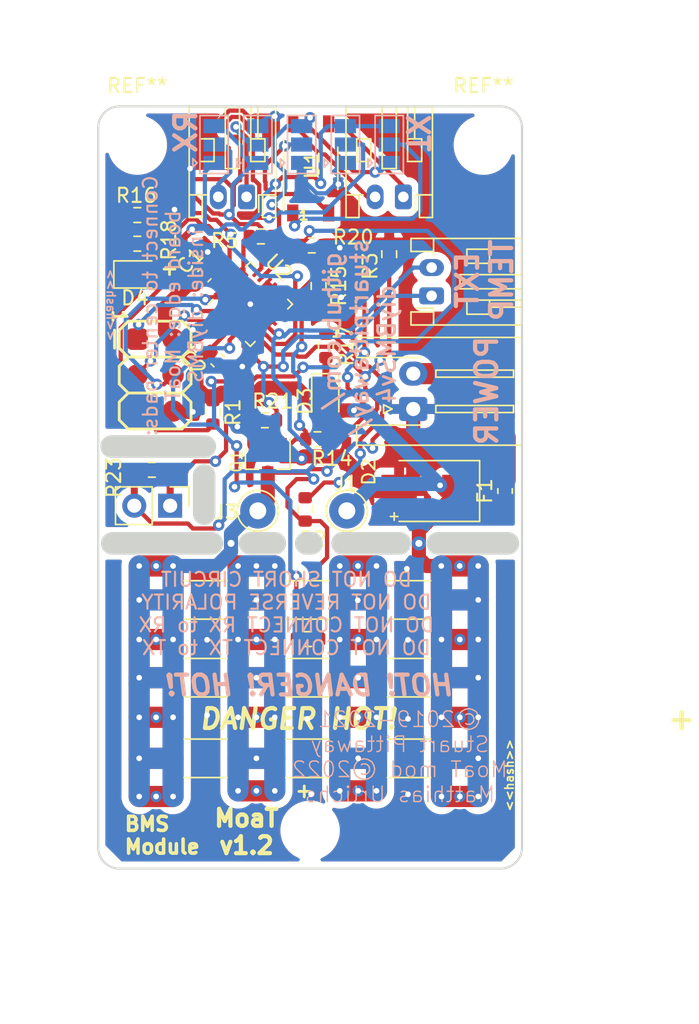
<source format=kicad_pcb>
(kicad_pcb (version 20220225) (generator pcbnew)
  (title_block (comment 4 "AISLER Project ID: JOHFVQPH"))
  (layers (0 "F.Cu" signal) (31 "B.Cu" signal) (34 "B.Paste" user) (35 "F.Paste" user) (36 "B.SilkS" user "B.Silkscreen") (37 "F.SilkS" user "F.Silkscreen") (38 "B.Mask" user) (39 "F.Mask" user) (44 "Edge.Cuts" user))
  (net 0 "")
  (net 1 "GND")
  (net 2 "VCC")
  (net 3 "RXD0")
  (net 4 "ENABLE")
  (net 5 "Net-(R5-Pad1)")
  (net 6 "TXD0")
  (net 7 "Net-(D3-K)")
  (net 8 "Net-(D4-K)")
  (net 9 "Net-(D4-A)")
  (net 10 "DUMP_LOAD_ENABLE")
  (net 11 "TEXT")
  (net 12 "RESET")
  (net 13 "Net-(Q1-G)")
  (net 14 "Net-(R22-Pad2)")
  (net 15 "Net-(R12-Pad1)")
  (net 16 "TINT")
  (net 17 "SCK")
  (net 18 "MISO")
  (net 19 "Net-(TX1-Pin_1)")
  (net 20 "Net-(TX1-Pin_2)")
  (net 21 "TMON")
  (net 25 "/Drain")
  (net 26 "Net-(POWER1-Pin_2)")
  (net 27 "MOSI")
  (net 28 "Net-(U1-Pad1)")
  (net 29 "Net-(U1-Pad3)")
  (net 30 "Net-(RX1-Pin_2)")
  (net 31 "Net-(RX1-Pin_1)")
  (net 32 "Net-(R16-Pad2)")
  (footprint "Package_SO:MFSOP6-4_4.4x3.6mm_P1.27mm" (layer "F.Cu") (at 116.9426 52.3876 90)
    (fp_text reference "U1")
    (fp_text value "PC817")
  )
  (footprint "Connector_JST:JST_PH_S2B-PH-K_1x02_P2.00mm_Horizontal" (layer "F.Cu") (at 112.4 54.4 180)
    (fp_text reference "RX1" hide)
    (fp_text value "Conn_01x02_Male")
  )
  (footprint "MountingHole:MountingHole_3.2mm_M3" (layer "F.Cu") (at 104.6676 50.7376)
    (fp_text reference "REF**")
    (fp_text value "MountingHole_3.2mm_M3")
  )
  (footprint "MountingHole:MountingHole_3.2mm_M3" (layer "F.Cu") (at 129.1676 50.7376)
    (fp_text reference "REF**")
    (fp_text value "MountingHole_3.2mm_M3")
  )
  (footprint "Resistor_SMD:R_0603_1608Metric" (layer "F.Cu") (at 104.6676 55.6876 180)
    (fp_text reference "R16")
    (fp_text value "R_2k2_0603")
  )
  (footprint "Resistor_SMD:R_0603_1608Metric" (layer "F.Cu") (at 116.75 85.669 180)
    (fp_text reference "R19" hide)
    (fp_text value "Rth_10k_SMD")
  )
  (footprint "Connector_JST:JST_PH_S2B-PH-K_1x02_P2.00mm_Horizontal" (layer "F.Cu") (at 125.5 61.4 90)
    (fp_text reference "EXTTEMP1" hide)
    (fp_text value "Conn_01x02_Male")
  )
  (footprint "Connector_JST:JST_PH_S2B-PH-K_1x02_P2.00mm_Horizontal" (layer "F.Cu") (at 123.5 54.4 180)
    (fp_text reference "TX1" hide)
    (fp_text value "Conn_01x02_Male")
  )
  (footprint "TO_SOT_Packages_SMD:SOT-23" (layer "F.Cu") (at 113.9 72.9 -90)
    (fp_text reference "Q1")
    (fp_text value "Q_NMOS_20V_4A_lowVth")
  )
  (footprint "LED_SMD:LED_0805_2012Metric" (layer "F.Cu") (at 104.6926 59.8876)
    (fp_text reference "D4")
    (fp_text value "LED KPTD-2012LVQBC-D")
  )
  (footprint "LED_SMD:LED_0805_2012Metric" (layer "F.Cu") (at 117.9726 68.5876 -90)
    (fp_text reference "D3")
    (fp_text value "LS R976 ")
  )
  (footprint "Resistor_SMD:R_0603_1608Metric" (layer "F.Cu") (at 113.7 70.2 180)
    (fp_text reference "R21")
    (fp_text value "R_10k_0603")
  )
  (footprint "Resistor_SMD:R_0603_1608Metric" (layer "F.Cu") (at 118.0176 64.9376 -90)
    (fp_text reference "R17")
    (fp_text value "R_2k2_0603")
  )
  (footprint "Resistor_SMD:R_0603_1608Metric" (layer "F.Cu") (at 104.6676 57.7126 180)
    (fp_text reference "R18")
    (fp_text value "R_470_0603")
  )
  (footprint "Resistor_SMD:R_0603_1608Metric" (layer "F.Cu") (at 113.4176 57.2 180)
    (fp_text reference "R5")
    (fp_text value "R_220_0603")
  )
  (footprint "Resistor_SMD:R_0603_1608Metric" (layer "F.Cu") (at 117.0176 57.8376)
    (fp_text reference "R20")
    (fp_text value "R_10k_0603")
  )
  (footprint "Capacitor_SMD:C_0603_1608Metric" (layer "F.Cu") (at 109.4176 59.9376 45)
    (fp_text reference "C1")
    (fp_text value "CP_100n_50V_0603")
  )
  (footprint "Resistor_SMD:R_0603_1608Metric" (layer "F.Cu") (at 117.4176 71.5376)
    (fp_text reference "R14")
    (fp_text value "R_5k1_0603")
  )
  (footprint "Resistor_SMD:R_0603_1608Metric" (layer "F.Cu") (at 110.0176 69.6376 -90)
    (fp_text reference "R1")
    (fp_text value "R_10k_0603")
  )
  (footprint "Fuse:Fuse_0603_1608Metric" (layer "F.Cu") (at 130.7 75.2 90)
    (fp_text reference "F1")
    (fp_text value "MP005460")
  )
  (footprint "Resistor_SMD:R_0603_1608Metric" (layer "F.Cu") (at 117.5 60.7 -90)
    (fp_text reference "R15")
    (fp_text value "R_10k_0603")
  )
  (footprint "Capacitor_SMD:C_0603_1608Metric" (layer "F.Cu") (at 110.35 65.95 -45)
    (fp_text reference "C2")
    (fp_text value "CP_1µ_10V_0603")
  )
  (footprint "Resistor_SMD:R_0603_1608Metric" (layer "F.Cu") (at 105.7 73.7)
    (fp_text reference "R23")
    (fp_text value "Rth_10k_SMD")
  )
  (footprint "Diode_SMD:D_SMB" (layer "F.Cu") (at 125.35 75.2 180)
    (fp_text reference "D2")
    (fp_text value "SMBJ6.0CD-M3/H ")
  )
  (footprint "Connector_PinHeader_2.54mm:PinHeader_1x02_P2.54mm_Vertical" (layer "F.Cu") (at 106.9926 76.2376 -90)
    (fp_text reference "REMOTE1" hide)
    (fp_text value "Conn_01x02_Male")
  )
  (footprint "Connector_JST:JST_XH_S2B-XH-A-1_1x02_P2.50mm_Horizontal" (layer "F.Cu") (at 124.2 69.4 90)
    (fp_text reference "POWER1" hide)
    (fp_text value "Conn_01x02_Male")
  )
  (footprint "MountingHole:MountingHole_3.2mm_M3" (layer "F.Cu") (at 116.9 99.2)
    (fp_text reference "REF**" hide)
    (fp_text value "MountingHole_3.2mm_M3")
  )
  (footprint "localstuff:2X3_PAD" (layer "F.Cu") (at 105.93 67 -90)
    (fp_text reference "J2" hide)
    (fp_text value "AVR-ISP-6" hide)
  )
  (footprint "Resistor_SMD:R_2010_5025Metric" (layer "F.Cu") (at 123.9 88.4 180)
    (fp_text reference "R6" hide)
    (fp_text value "R_1_2W")
  )
  (footprint "Resistor_SMD:R_2010_5025Metric" (layer "F.Cu") (at 116.7 82.9 180)
    (fp_text reference "R8" hide)
    (fp_text value "R_1_2W")
  )
  (footprint "Resistor_SMD:R_2010_5025Metric" (layer "F.Cu") (at 109.5 82.9 180)
    (fp_text reference "R12" hide)
    (fp_text value "R_1_2W")
  )
  (footprint "Resistor_SMD:R_2010_5025Metric" (layer "F.Cu") (at 123.9 82.9 180)
    (fp_text reference "R22" hide)
    (fp_text value "R_1_2W")
  )
  (footprint "Resistor_SMD:R_2010_5025Metric" (layer "F.Cu") (at 123.9 94.1 180)
    (fp_text reference "R24" hide)
    (fp_text value "R_1_2W")
  )
  (footprint "Resistor_SMD:R_2010_5025Metric" (layer "F.Cu") (at 116.7 88.4 180)
    (fp_text reference "R25" hide)
    (fp_text value "R_1_2W")
  )
  (footprint "Resistor_SMD:R_2010_5025Metric" (layer "F.Cu") (at 116.7 94.1 180)
    (fp_text reference "R26" hide)
    (fp_text value "R_1_2W")
  )
  (footprint "Resistor_SMD:R_2010_5025Metric" (layer "F.Cu") (at 109.5 88.4 180)
    (fp_text reference "R29" hide)
    (fp_text value "R_1_2W")
  )
  (footprint "Resistor_SMD:R_2010_5025Metric" (layer "F.Cu") (at 109.5 94.1 180)
    (fp_text reference "R30" hide)
    (fp_text value "R_1_2W")
  )
  (footprint "TestPoint:TestPoint_THTPad_D2.5mm_Drill1.2mm" (layer "F.Cu") (at 113.2 76.6)
    (fp_text reference "J3")
    (fp_text value "Conn_01x01_Female")
  )
  (footprint "Resistor_SMD:R_0603_1608Metric" (layer "F.Cu") (at 122.5 58.45 90)
    (fp_text reference "R3")
    (fp_text value "R_10k_0603")
  )
  (footprint "Package_DFN_QFN:QFN-24-1EP_4x4mm_P0.5mm_EP2.6x2.6mm" (layer "F.Cu") (at 112.6676 61.9876 45)
    (fp_text reference "U2")
    (fp_text value "ATtiny827-MU")
  )
  (footprint "TestPoint:TestPoint_THTPad_D2.5mm_Drill1.2mm" (layer "F.Cu") (at 119.5 76.6)
    (fp_text reference "J1")
    (fp_text value "Conn_01x01_Female")
  )
  (footprint "Resistor_SMD:R_0603_1608Metric" (layer "F.Cu") (at 116.55 76.5 90)
    (fp_text reference "R2")
    (fp_text value "Rth_10k_SMD")
  )
  (footprint "Jumper:SolderJumper-3_P1.3mm_Open_Pad1.0x1.5mm" (layer "B.Cu") (at 110.1 50.7 90)
    (fp_text reference "JP3" hide)
    (fp_text value "SolderJumper_3_Bridged12")
  )
  (footprint "Jumper:SolderJumper-3_P1.3mm_Open_Pad1.0x1.5mm" (layer "B.Cu") (at 116.3 50.7 90)
    (fp_text reference "JP2" hide)
    (fp_text value "SolderJumper_3_Bridged12")
  )
  (footprint "Jumper:SolderJumper-3_P1.3mm_Open_Pad1.0x1.5mm" (layer "B.Cu") (at 119.4 50.7 90)
    (fp_text reference "JP5" hide)
    (fp_text value "SolderJumper_3_Bridged12")
  )
  (footprint "Jumper:SolderJumper-3_P1.3mm_Open_Pad1.0x1.5mm" (layer "B.Cu") (at 122.5 50.7 90)
    (fp_text reference "JP1" hide)
    (fp_text value "SolderJumper_3_Bridged12")
  )
  (footprint "Jumper:SolderJumper-3_P1.3mm_Open_Pad1.0x1.5mm" (layer "B.Cu") (at 113.2 50.7 90)
    (fp_text reference "JP4" hide)
    (fp_text value "SolderJumper_3_Bridged12")
  )
  (gr_line (start 103.4 48) (end 130.4 48) (stroke (width 0.15)) (layer "Edge.Cuts"))
  (gr_line (start 131.9 49.5) (end 131.9 75.142) (stroke (width 0.15)) (layer "Edge.Cuts"))
  (gr_line (start 130.4 101.9) (end 103.4 101.9) (stroke (width 0.15)) (layer "Edge.Cuts"))
  (gr_arc (start 101.9 49.5) (mid 102.33934 48.43934) (end 103.4 48) (stroke (width 0.15)) (layer "Edge.Cuts"))
  (gr_arc (start 131.9 100.4) (mid 131.46066 101.46066) (end 130.4 101.9) (stroke (width 0.15)) (layer "Edge.Cuts"))
  (gr_line (start 101.9 70.3) (end 101.9 49.5) (stroke (width 0.15)) (layer "Edge.Cuts"))
  (gr_arc (start 103.4 101.9) (mid 102.33934 101.46066) (end 101.9 100.4) (stroke (width 0.15)) (layer "Edge.Cuts"))
  (gr_line (start 130.9 78.9) (end 125.95 78.9) (stroke (width 1.6)) (layer "Edge.Cuts"))
  (gr_line (start 131.9 75.142) (end 131.9 100.4) (stroke (width 0.15)) (layer "Edge.Cuts"))
  (gr_line (start 109.95 78.9) (end 102.9 78.9) (stroke (width 1.6)) (layer "Edge.Cuts"))
  (gr_line (start 109.4 76.8) (end 109.4 74.1) (stroke (width 1.6)) (layer "Edge.Cuts"))
  (gr_line (start 117 78.9) (end 116.625 78.9) (stroke (width 1.6)) (layer "Edge.Cuts"))
  (gr_line (start 123.25 78.9) (end 119.2 78.9) (stroke (width 1.6)) (layer "Edge.Cuts"))
  (gr_line (start 109.45 72.05) (end 102.85 72.05) (stroke (width 1.6)) (layer "Edge.Cuts"))
  (gr_line (start 114.4 78.9) (end 112.65 78.9) (stroke (width 1.6)) (layer "Edge.Cuts"))
  (gr_arc (start 130.4 48) (mid 131.46066 48.43934) (end 131.9 49.5) (stroke (width 0.15)) (layer "Edge.Cuts"))
  (gr_line (start 101.9 70.3) (end 101.9 100.4) (stroke (width 0.15)) (layer "Edge.Cuts"))
  (gr_text "©2019-2021\nStuart Pittaway\nMoaT mod ©2022\nMatthias Urlichs" (at 123.25 94) (layer "B.SilkS") (effects (font (size 1.1 1.1) (thickness 0.1)) (justify mirror)))
  (gr_text "github.com/\n stuartpittaway/\n  diyBMSv4" (at 120.4 63.9 90) (layer "B.SilkS") (effects (font (size 1.2 1.2) (thickness 0.2)) (justify mirror)))
  (gr_text "RX" (at 108.1 49.8 90) (layer "B.SilkS") (effects (font (size 1.5 1.5) (thickness 0.3)) (justify mirror)))
  (gr_text "TX" (at 124.5 49.9 -90) (layer "B.SilkS") (effects (font (size 1.5 1.5) (thickness 0.3)) (justify mirror)))
  (gr_text "POWER" (at 129.4 68.1 90) (layer "B.SilkS") (effects (font (size 1.5 1.5) (thickness 0.3)) (justify mirror)))
  (gr_text "DO NOT SHORT CIRCUIT\nDO NOT REVERSE POLARITY\nDO NOT CONNECT RX to RX\nDO NOT CONNECT TX to TX" (at 115.2181 83.869) (layer "B.SilkS") (effects (font (size 1 1)) (justify mirror)))
  (gr_text "HOT! DANGER! HOT!" (at 116.9 88.9509) (layer "B.SilkS") (effects (font (size 1.4 1.4) (thickness 0.3) bold italic) (justify mirror)))
  (gr_text "<<hash>>" (at 102.8 62.05 -90) (layer "B.SilkS") (effects (font (size 0.6 0.6) (thickness 0.12) bold) (justify mirror)))
  (gr_text "EXT\nTEMP" (at 129.25 60.3 90) (layer "B.SilkS") (effects (font (size 1.5 1.5) (thickness 0.3)) (justify mirror)))
  (gr_text "Connect to center pads:\nboard edge: MoaT\ninside: diyBMS" (at 107.2 62.1 90) (layer "B.SilkS") (effects (font (size 1 1)) (justify mirror)))
  (gr_text "1" (at 103.4 62.85 270) (layer "F.SilkS") (effects (font (size 1 1) (thickness 0.2))))
  (gr_text "DANGER HOT!" (at 116.0681 91.319) (layer "F.SilkS") (effects (font (size 1.4 1.4) (thickness 0.3) italic)))
  (gr_text "1" (at 116.45 55.7) (layer "F.SilkS") (effects (font (size 0.7 0.7) (thickness 0.175))))
  (gr_text "MoaT\nv1.2" (at 112.4 99.3) (layer "F.SilkS") (effects (font (size 1.2 1.2) (thickness 0.3) bold)))
  (gr_text "1" (at 118.7676 63.9626) (layer "F.SilkS") (effects (font (size 0.7 0.7) (thickness 0.175))))
  (gr_text "BMS\nModule" (at 103.65 99.55) (layer "F.SilkS") (effects (font (size 1 1) (thickness 0.25)) (justify left)))
  (gr_text "+" (at 107.0176 59.5076 270) (layer "F.SilkS") (effects (font (size 1 1) (thickness 0.2))))
  (gr_text "+" (at 116.5581 96.439 270) (layer "F.SilkS") (effects (font (size 1 1) (thickness 0.2))))
  (gr_text "+" (at 143.2 91.3) (layer "F.SilkS") (effects (font (size 1.5 1.5) (thickness 0.3))))
  (gr_text "<<hash>>" (at 131 95.3 90) (layer "F.SilkS") (effects (font (size 0.6 0.6) (thickness 0.12) bold)))
  (gr_text "+" (at 122.85 76.95) (layer "F.SilkS") (effects (font (size 0.7 0.7) (thickness 0.12) bold) (justify mirror)))
  (segment (start 117.5 61.6125) (end 118.9875 61.6125) (width 1) (layer "F.Cu") (net 1))
  (segment (start 118.9875 61.6125) (end 119.1 61.5) (width 1) (layer "F.Cu") (net 1))
  (segment (start 119.2 53.803737) (end 118.899709 53.503446) (width 0.3) (layer "F.Cu") (net 1))
  (segment (start 114.4 48.7) (end 112.524963 48.7) (width 0.3) (layer "F.Cu") (net 1))
  (segment (start 110.500978 49.499022) (end 108.4 51.6) (width 0.3) (layer "F.Cu") (net 1))
  (segment (start 112.001992 66.498008) (end 112.1 66.4) (width 1) (layer "F.Cu") (net 1))
  (segment (start 111.120804 63.180843) (end 110.502646 63.799001) (width 0.3) (layer "F.Cu") (net 1))
  (segment (start 119.16578 72.75) (end 116.45 72.75) (width 1) (layer "F.Cu") (net 1))
  (segment (start 105.4926 57.7126) (end 105.4926 57.1074) (width 0.3) (layer "F.Cu") (net 1))
  (segment (start 112.425 70.65) (end 112.875 70.2) (width 1) (layer "F.Cu") (net 1))
  (segment (start 105.4926 57.1074) (end 107.3 55.3) (width 0.3) (layer "F.Cu") (net 1))
  (segment (start 109.65 59.073984) (end 109.65 58.3) (width 1) (layer "F.Cu") (net 1))
  (segment (start 119.2 57.8) (end 119.2 53.803737) (width 0.3) (layer "F.Cu") (net 1))
  (segment (start 111.174058 48.300979) (end 110.500978 48.974059) (width 0.3) (layer "F.Cu") (net 1))
  (segment (start 123.2 75.2) (end 124.2 74.2) (width 1) (layer "F.Cu") (net 1))
  (segment (start 110.502646 63.799001) (end 108.594972 63.799001) (width 0.3) (layer "F.Cu") (net 1))
  (segment (start 124.2 74.2) (end 124.2 69.4) (width 1) (layer "F.Cu") (net 1))
  (segment (start 108.6 69.6) (end 107.26 69.6) (width 1) (layer "F.Cu") (net 1))
  (segment (start 111.75 70.65) (end 112.425 70.65) (width 1) (layer "F.Cu") (net 1))
  (segment (start 108.4 51.6) (end 108.4 52.4) (width 0.3) (layer "F.Cu") (net 1))
  (segment (start 121.61578 75.2) (end 119.16578 72.75) (width 1) (layer "F.Cu") (net 1))
  (segment (start 110.898008 66.498008) (end 112.001992 66.498008) (width 1) (layer "F.Cu") (net 1))
  (segment (start 109.965608 59.389592) (end 109.65 59.073984) (width 1) (layer "F.Cu") (net 1))
  (segment (start 112.524963 48.7) (end 112.125941 48.300978) (width 0.3) (layer "F.Cu") (net 1))
  (segment (start 119 58) (end 119.2 57.8) (width 0.3) (layer "F.Cu") (net 1))
  (segment (start 112.95 71.9) (end 112.95 71.175) (width 1) (layer "F.Cu") (net 1))
  (segment (start 107.26 69.6) (end 107.2 69.54) (width 1) (layer "F.Cu") (net 1))
  (segment (start 112.875 70.2) (end 112.875 69.975) (width 0.3) (layer "F.Cu") (net 1))
  (segment (start 117.9301 57.8376) (end 118.8376 57.8376) (width 1) (layer "F.Cu") (net 1))
  (segment (start 116.45 72.75) (end 116.3 72.9) (width 1) (layer "F.Cu") (net 1))
  (segment (start 112.125941 48.300978) (end 111.174058 48.300979) (width 0.3) (layer "F.Cu") (net 1))
  (segment (start 110.500978 48.974059) (end 110.500978 49.499022) (width 0.3) (layer "F.Cu") (net 1))
  (segment (start 112.95 71.175) (end 112.425 70.65) (width 1) (layer "F.Cu") (net 1))
  (segment (start 123.2 75.2) (end 121.61578 75.2) (width 1) (layer "F.Cu") (net 1))
  (segment (start 118.8376 57.8376) (end 119 58) (width 1) (layer "F.Cu") (net 1))
  (via (at 107.3 55.3) (size 0.8) (drill 0.4) (layers "F.Cu" "B.Cu") (net 1))
  (via (at 123.8301 91.309) (size 0.8) (drill 0.4) (layers "F.Cu" "B.Cu") (net 1))
  (via (at 109.65 58.3) (size 0.8) (drill 0.4) (layers "F.Cu" "B.Cu") (net 1))
  (via (at 123.8301 85.721) (size 0.8) (drill 0.4) (layers "F.Cu" "B.Cu") (net 1))
  (via (at 116.9721 96.643) (size 0.8) (drill 0.4) (layers "F.Cu" "B.Cu") (net 1))
  (via (at 112.6676 61.9876) (size 0.8) (drill 0.4) (layers "F.Cu" "B.Cu") (net 1))
  (via (at 109.6061 85.721) (size 0.8) (drill 0.4) (layers "F.Cu" "B.Cu") (net 1))
  (via (at 116.7181 91.309) (size 0.8) (drill 0.4) (layers "F.Cu" "B.Cu") (net 1))
  (via (at 114.4 48.7) (size 0.8) (drill 0.4) (layers "F.Cu" "B.Cu") (net 1))
  (via (at 111.75 70.65) (size 0.8) (drill 0.4) (layers "F.Cu" "B.Cu") (net 1))
  (via (at 108.4 52.4) (size 0.8) (drill 0.4) (layers "F.Cu" "B.Cu") (net 1))
  (via (at 119 58) (size 0.8) (drill 0.4) (layers "F.Cu" "B.Cu") (net 1))
  (via (at 108.6 69.6) (size 0.8) (drill 0.4) (layers "F.Cu" "B.Cu") (net 1))
  (via (at 118.899709 53.503446) (size 0.8) (drill 0.4) (layers "F.Cu" "B.Cu") (net 1))
  (via (at 109.6061 91.055) (size 0.8) (drill 0.4) (layers "F.Cu" "B.Cu") (net 1))
  (via (at 123.748554 80.695659) (size 0.8) (drill 0.4) (layers "F.Cu" "B.Cu") (net 1))
  (via (at 119.1 61.5) (size 0.8) (drill 0.4) (layers "F.Cu" "B.Cu") (net 1))
  (via (at 116.3 72.9) (size 0.8) (drill 0.4) (layers "F.Cu" "B.Cu") (net 1))
  (via (at 108.594972 63.799001) (size 0.8) (drill 0.4) (layers "F.Cu" "B.Cu") (net 1))
  (via (at 112.1 66.4) (size 0.8) (drill 0.4) (layers "F.Cu" "B.Cu") (net 1))
  (via (at 123.8301 96.643) (size 0.8) (drill 0.4) (layers "F.Cu" "B.Cu") (net 1))
  (segment (start 119 58) (end 119 61.4) (width 1) (layer "B.Cu") (net 1))
  (segment (start 108.5 54.1) (end 108.5 52.5) (width 0.3) (layer "B.Cu") (net 1))
  (segment (start 109.429501 58.520499) (end 109.65 58.3) (width 1) (layer "B.Cu") (net 1))
  (segment (start 116.3 52) (end 116.3 53.089245) (width 0.3) (layer "B.Cu") (net 1))
  (segment (start 119.2 52) (end 119.4 52) (width 0.3) (layer "B.Cu") (net 1))
  (segment (start 113.9 48.7) (end 113.2 49.4) (width 0.3) (layer "B.Cu") (net 1))
  (segment (start 118.685799 53.503446) (end 118.899709 53.503446) (width 0.3) (layer "B.Cu") (net 1))
  (segment (start 108.465281 58.749501) (end 109.429501 58.749501) (width 1) (layer "B.Cu") (net 1))
  (segment (start 118.6124 61.9876) (end 119.1 61.5) (width 1) (layer "B.Cu") (net 1))
  (segment (start 112.7 65.8) (end 111.75 66.75) (width 1) (layer "B.Cu") (net 1))
  (segment (start 109.21578 66.4) (end 112.1 66.4) (width 1) (layer "B.Cu") (net 1))
  (segment (start 112.7 62.02) (end 112.6676 61.9876) (width 1) (layer "B.Cu") (net 1))
  (segment (start 108.5 52.5) (end 108.4 52.4) (width 0.3) (layer "B.Cu") (net 1))
  (segment (start 108.6 69.6) (end 108.6 67.01578) (width 1) (layer "B.Cu") (net 1))
  (segment (start 112.7 65.8) (end 112.1 66.4) (width 1) (layer "B.Cu") (net 1))
  (segment (start 117.360256 54.149501) (end 118.039744 54.149501) (width 0.3) (layer "B.Cu") (net 1))
  (segment (start 119 61.4) (end 119.1 61.5) (width 1) (layer "B.Cu") (net 1))
  (segment (start 118.899709 52.898711) (end 118.899709 53.503446) (width 0.3) (layer "B.Cu") (net 1))
  (segment (start 118.600499 52.599501) (end 118.899709 52.898711) (width 0.3) (layer "B.Cu") (net 1))
  (segment (start 114.4 48.7) (end 113.9 48.7) (width 0.3) (layer "B.Cu") (net 1))
  (segment (start 109.429501 58.749501) (end 112.6676 61.9876) (width 1) (layer "B.Cu") (net 1))
  (segment (start 116.3 53.089245) (end 117.360256 54.149501) (width 0.3) (layer "B.Cu") (net 1))
  (segment (start 109.429501 58.749501) (end 109.429501 58.520499) (width 1) (layer "B.Cu") (net 1))
  (segment (start 111.75 66.75) (end 111.75 70.65) (width 1) (layer "B.Cu") (net 1))
  (segment (start 118.039744 54.149501) (end 118.685799 53.503446) (width 0.3) (layer "B.Cu") (net 1))
  (segment (start 108.6 67.01578) (end 109.21578 66.4) (width 1) (layer "B.Cu") (net 1))
  (segment (start 107.3 57.58422) (end 108.465281 58.749501) (width 1) (layer "B.Cu") (net 1))
  (segment (start 112.7 65.8) (end 112.7 62.02) (width 1) (layer "B.Cu") (net 1))
  (segment (start 107.3 55.3) (end 108.5 54.1) (width 0.3) (layer "B.Cu") (net 1))
  (segment (start 107.3 55.3) (end 107.3 57.58422) (width 1) (layer "B.Cu") (net 1))
  (segment (start 112.6676 61.9876) (end 118.6124 61.9876) (width 1) (layer "B.Cu") (net 1))
  (segment (start 118.600499 52.599501) (end 119.2 52) (width 0.3) (layer "B.Cu") (net 1))
  (segment (start 128.8 96.8) (end 126.2 96.8) (width 1.5) (layer "F.Cu") (net 2))
  (segment (start 128.8 82.9) (end 128.8 80.5) (width 1.5) (layer "F.Cu") (net 2))
  (segment (start 128.2875 75.9875) (end 127.5 75.2) (width 1) (layer "F.Cu") (net 2))
  (segment (start 108.850499 66.205999) (end 108.997985 66.205999) (width 1) (layer "F.Cu") (net 2))
  (segment (start 130.7 75.9875) (end 128.2875 75.9875) (width 1) (layer "F.Cu") (net 2))
  (segment (start 126.2 85.7) (end 126.2 88.4) (width 1.5) (layer "F.Cu") (net 2))
  (segment (start 126.1819 82.8819) (end 126.2 82.9) (width 1.5) (layer "F.Cu") (net 2))
  (segment (start 126.2 88.4) (end 126.2 91.2) (width 1.5) (layer "F.Cu") (net 2))
  (segment (start 117.2 53) (end 114.945864 53) (width 0.3) (layer "F.Cu") (net 2))
  (segment (start 126.2 96.8) (end 126.2 94.1) (width 1.5) (layer "F.Cu") (net 2))
  (segment (start 108.745849 60.609351) (end 108.249176 60.609351) (width 1) (layer "F.Cu") (net 2))
  (segment (start 113.11627 68.249511) (end 113.466768 67.899012) (width 1) (layer "F.Cu") (net 2))
  (segment (start 124.6 78) (end 124.6 78.9) (width 1) (layer "F.Cu") (net 2))
  (segment (start 108.997985 66.205999) (end 109.801992 65.401992) (width 1) (layer "F.Cu") (net 2))
  (segment (start 111.465604 63.534396) (end 109.801992 65.198008) (width 0.3) (layer "F.Cu") (net 2))
  (segment (start 106.630382 63.985882) (end 108.850499 66.205999) (width 1) (layer "F.Cu") (net 2))
  (segment (start 119.21192 69.5251) (end 119.236532 69.500489) (width 1) (layer "F.Cu") (net 2))
  (segment (start 128.8 85.7) (end 126.2 85.7) (width 1.5) (layer "F.Cu") (net 2))
  (segment (start 119.999511 69.500489) (end 120 69.5) (width 1) (layer "F.Cu") (net 2))
  (segment (start 126.2 88.4) (end 128.8 88.4) (width 1.5) (layer "F.Cu") (net 2))
  (segment (start 109.465281 68.499501) (end 110.384719 68.499501) (width 1) (layer "F.Cu") (net 2))
  (segment (start 127.5 75.2) (end 127.4 75.2) (width 1) (layer "F.Cu") (net 2))
  (segment (start 124.6 78.9) (end 124.6 79.95) (width 1) (layer "F.Cu") (net 2))
  (segment (start 107.973995 59.837497) (end 107.973995 57.276005) (width 0.5) (layer "F.Cu") (net 2))
  (segment (start 126.5 75.2) (end 127.5 75.2) (width 1) (layer "F.Cu") (net 2))
  (segment (start 124.6 79.95) (end 125.15 80.5) (width 1) (layer "F.Cu") (net 2))
  (segment (start 126.2 82.9) (end 128.8 82.9) (width 1.5) (layer "F.Cu") (net 2))
  (segment (start 126.2 91.2) (end 128.8 91.2) (width 1.5) (layer "F.Cu") (net 2))
  (segment (start 106.630382 62.228145) (end 106.630382 63.985882) (width 1) (layer "F.Cu") (net 2))
  (segment (start 108.850499 67.884719) (end 109.465281 68.499501) (width 1) (layer "F.Cu") (net 2))
  (segment (start 125.15 80.5) (end 126.1819 80.5) (width 1) (layer "F.Cu") (net 2))
  (segment (start 126.2 94.1) (end 128.8 94.1) (width 1.5) (layer "F.Cu") (net 2))
  (segment (start 107.973995 57.276005) (end 108.55 56.7) (width 0.5) (layer "F.Cu") (net 2))
  (segment (start 126.2 82.9) (end 126.2 85.7) (width 1.5) (layer "F.Cu") (net 2))
  (segment (start 109.801992 65.198008) (end 109.801992 65.401992) (width 0.3) (layer "F.Cu") (net 2))
  (segment (start 128.8 80.5) (end 126.1819 80.5) (width 1.5) (layer "F.Cu") (net 2))
  (segment (start 117.9726 69.5251) (end 119.21192 69.5251) (width 1) (layer "F.Cu") (net 2))
  (segment (start 115.999012 67.949012) (end 117.5751 69.5251) (width 1) (layer "F.Cu") (net 2))
  (segment (start 119.236532 69.500489) (end 119.999511 69.500489) (width 1) (layer "F.Cu") (net 2))
  (segment (start 108.850499 66.205999) (end 108.850499 67.884719) (width 1) (layer "F.Cu") (net 2))
  (segment (start 114.479088 67.949012) (end 115.999012 67.949012) (width 1) (layer "F.Cu") (net 2))
  (segment (start 126.2 94.1) (end 126.2 91.2) (width 1.5) (layer "F.Cu") (net 2))
  (segment (start 114.945864 53) (end 114.44853 53.497334) (width 0.3) (layer "F.Cu") (net 2))
  (segment (start 113.466768 67.899012) (end 114.429088 67.899012) (width 1) (layer "F.Cu") (net 2))
  (segment (start 114.429088 67.899012) (end 114.479088 67.949012) (width 1) (layer "F.Cu") (net 2))
  (segment (start 111.474357 63.534396) (end 111.465604 63.534396) (width 0.3) (layer "F.Cu") (net 2))
  (segment (start 110.634709 68.249511) (end 113.11627 68.249511) (width 1) (layer "F.Cu") (net 2))
  (segment (start 127.4 75.2) (end 124.6 78) (width 1) (layer "F.Cu") (net 2))
  (segment (start 128.8 82.9) (end 128.8 96.8) (width 1.5) (layer "F.Cu") (net 2))
  (segment (start 126.1 74.8) (end 126.5 75.2) (width 1) (layer "F.Cu") (net 2))
  (segment (start 108.249176 60.609351) (end 106.630382 62.228145) (width 1) (layer "F.Cu") (net 2))
  (segment (start 117.65 53.45) (end 117.2 53) (width 0.3) (layer "F.Cu") (net 2))
  (segment (start 108.745849 60.609351) (end 107.973995 59.837497) (width 0.5) (layer "F.Cu") (net 2))
  (segment (start 126.1819 80.5) (end 126.1819 82.8819) (width 1.5) (layer "F.Cu") (net 2))
  (segment (start 110.384719 68.499501) (end 110.634709 68.249511) (width 1) (layer "F.Cu") (net 2))
  (segment (start 117.5751 69.5251) (end 117.9726 69.5251) (width 1) (layer "F.Cu") (net 2))
  (via (at 117.65 53.45) (size 0.8) (drill 0.4) (layers "F.Cu" "B.Cu") (net 2))
  (via (at 128.8 94.1) (size 0.8) (drill 0.4) (layers "F.Cu" "B.Cu") (net 2))
  (via (at 127.486 80.5) (size 0.8) (drill 0.4) (layers "F.Cu" "B.Cu") (net 2))
  (via (at 128.8 96.8) (size 0.8) (drill 0.4) (layers "F.Cu" "B.Cu") (net 2))
  (via (at 120 69.5) (size 0.8) (drill 0.4) (layers "F.Cu" "B.Cu") (net 2))
  (via (at 126.2 91.2) (size 0.8) (drill 0.4) (layers "F.Cu" "B.Cu") (net 2))
  (via (at 126.2 96.8) (size 0.8) (drill 0.4) (layers "F.Cu" "B.Cu") (net 2))
  (via (at 108.55 56.7) (size 0.8) (drill 0.4) (layers "F.Cu" "B.Cu") (net 2))
  (via (at 126.1 74.8) (size 0.8) (drill 0.4) (layers "F.Cu" "B.Cu") (net 2))
  (via (at 128.8 80.5) (size 0.8) (drill 0.4) (layers "F.Cu" "B.Cu") (net 2))
  (via (at 127.5 91.2) (size 0.8) (drill 0.4) (layers "F.Cu" "B.Cu") (net 2))
  (via (at 128.8 88.4) (size 0.8) (drill 0.4) (layers "F.Cu" "B.Cu") (net 2))
  (via (at 126.2 85.7) (size 0.8) (drill 0.4) (layers "F.Cu" "B.Cu") (net 2))
  (via (at 128.8 85.7) (size 0.8) (drill 0.4) (layers "F.Cu" "B.Cu") (net 2))
  (via (at 127.5 85.7) (size 0.8) (drill 0.4) (layers "F.Cu" "B.Cu") (net 2))
  (via (at 127.5 96.8) (size 0.8) (drill 0.4) (layers "F.Cu" "B.Cu") (net 2))
  (via locked (at 124.6 78.9) (size 1) (drill 0.5) (layers "F.Cu" "B.Cu") (net 2))
  (via (at 128.8 91.2) (size 0.8) (drill 0.4) (layers "F.Cu" "B.Cu") (net 2))
  (via (at 128.8 82.9) (size 0.8) (drill 0.4) (layers "F.Cu" "B.Cu") (net 2))
  (via (at 114.44853 53.497334) (size 0.8) (drill 0.4) (layers "F.Cu" "B.Cu") (net 2))
  (via (at 126.1819 80.5) (size 0.8) (drill 0.4) (layers "F.Cu" "B.Cu") (net 2))
  (segment (start 128.8 88.4) (end 126.2 88.4) (width 1.5) (layer "B.Cu") (net 2))
  (segment (start 119.4 49.4) (end 118.15 49.4) (width 0.3) (layer "B.Cu") (net 2))
  (segment (start 126.2 94.1) (end 126.2 88.4) (width 1.5) (layer "B.Cu") (net 2))
  (segment (start 111.577692 56.349203) (end 111.928489 56.7) (width 0.3) (layer "B.Cu") (net 2))
  (segment (start 128.8 94.1) (end 126.2 94.1) (width 1.5) (layer "B.Cu") (net 2))
  (segment (start 126.2 80.5181) (end 126.1819 80.5) (width 1.5) (layer "B.Cu") (net 2))
  (segment (start 128.8 82.9) (end 126.2 82.9) (width 1.5) (layer "B.Cu") (net 2))
  (segment (start 121.4 74.7) (end 119.5 76.6) (width 1) (layer "B.Cu") (net 2))
  (segment (start 126.1 74.8) (end 126 74.7) (width 1) (layer "B.Cu") (net 2))
  (segment (start 126 74.7) (end 121.4 74.7) (width 1) (layer "B.Cu") (net 2))
  (segment (start 109.8 56.9) (end 109.45 56.55) (width 0.5) (layer "B.Cu") (net 2))
  (segment (start 126.2 82.9) (end 126.2 80.5181) (width 1.5) (layer "B.Cu") (net 2))
  (segment (start 108.55 56.7) (end 108.7 56.55) (width 0.5) (layer "B.Cu") (net 2))
  (segment (start 112.200499 56.7) (end 113.4 55.500499) (width 0.3) (layer "B.Cu") (net 2))
  (segment (start 113.4 54.545864) (end 114.44853 53.497334) (width 0.3) (layer "B.Cu") (net 2))
  (segment (start 110.4 56.9) (end 110.950797 56.349203) (width 0.3) (layer "B.Cu") (net 2))
  (segment (start 108.7 56.55) (end 109.45 56.55) (width 0.5) (layer "B.Cu") (net 2))
  (segment (start 117.65 49.9) (end 117.65 53.45) (width 0.3) (layer "B.Cu") (net 2))
  (segment (start 111.928489 56.7) (end 112.200499 56.7) (width 0.3) (layer "B.Cu") (net 2))
  (segment (start 126.2 88.4) (end 126.2 82.9) (width 1.5) (layer "B.Cu") (net 2))
  (segment (start 110.950797 56.349203) (end 111.577692 56.349203) (width 0.3) (layer "B.Cu") (net 2))
  (segment (start 110.1 52) (end 109.45 52.65) (width 0.3) (layer "B.Cu") (net 2))
  (segment (start 113.4 55.500499) (end 113.4 54.545864) (width 0.3) (layer "B.Cu") (net 2))
  (segment (start 122.5 49.4) (end 119.4 49.4) (width 0.3) (layer "B.Cu") (net 2))
  (segment (start 128.8 80.5) (end 128.8 96.8) (width 1.5) (layer "B.Cu") (net 2))
  (segment (start 126.2 96.8) (end 126.2 94.1) (width 1.5) (layer "B.Cu") (net 2))
  (segment (start 118.15 49.4) (end 117.65 49.9) (width 0.3) (layer "B.Cu") (net 2))
  (segment (start 120.8 69.5) (end 126.1 74.8) (width 1) (layer "B.Cu") (net 2))
  (segment (start 110.4 56.9) (end 109.8 56.9) (width 0.5) (layer "B.Cu") (net 2))
  (segment (start 120 69.5) (end 120.8 69.5) (width 1) (layer "B.Cu") (net 2))
  (segment (start 109.45 52.65) (end 109.45 56.55) (width 0.3) (layer "B.Cu") (net 2))
  (segment (start 113.153736 59.733697) (end 113.45 59.437433) (width 0.3) (layer "F.Cu") (net 3))
  (segment (start 110.027407 55.57452) (end 110.449468 55.57452) (width 0.3) (layer "F.Cu") (net 3))
  (segment (start 105.6551 55.6126) (end 106.8801 54.3876) (width 0.3) (layer "F.Cu") (net 3))
  (segment (start 111.848007 56.329607) (end 111.168103 55.649703) (width 0.3) (layer "F.Cu") (net 3))
  (segment (start 113.45 59.437433) (end 113.45 56.6) (width 0.3) (layer "F.Cu") (net 3))
  (segment (start 110.524651 55.649703) (end 111.168103 55.649703) (width 0.3) (layer "F.Cu") (net 3))
  (segment (start 110.449468 55.57452) (end 110.524651 55.649703) (width 0.3) (layer "F.Cu") (net 3))
  (segment (start 113.179607 56.329607) (end 111.848007 56.329607) (width 0.3) (layer "F.Cu") (net 3))
  (segment (start 108.723304 54.3876) (end 109.437181 55.101477) (width 0.3) (layer "F.Cu") (net 3))
  (segment (start 109.437181 55.101477) (end 109.554364 55.101477) (width 0.3) (layer "F.Cu") (net 3))
  (segment (start 106.8801 54.3876) (end 108.723304 54.3876) (width 0.3) (layer "F.Cu") (net 3))
  (segment (start 109.554364 55.101477) (end 110.027407 55.57452) (width 0.3) (layer "F.Cu") (net 3))
  (segment (start 113.45 56.6) (end 113.179607 56.329607) (width 0.3) (layer "F.Cu") (net 3))
  (via (at 111.168103 55.649703) (size 0.8) (drill 0.4) (layers "F.Cu" "B.Cu") (net 3))
  (segment (start 112.05 50.85) (end 112.05 51.399022) (width 0.3) (layer "B.Cu") (net 3))
  (segment (start 111.4 55.417806) (end 111.168103 55.649703) (width 0.3) (layer "B.Cu") (net 3))
  (segment (start 113.2 52) (end 112.95 52) (width 0.3) (layer "B.Cu") (net 3))
  (segment (start 112.650978 52) (end 113.2 52) (width 0.3) (layer "B.Cu") (net 3))
  (segment (start 111.4 53.55) (end 111.4 55.417806) (width 0.3) (layer "B.Cu") (net 3))
  (segment (start 110.1 49.4) (end 110.6 49.4) (width 0.3) (layer "B.Cu") (net 3))
  (segment (start 112.95 52) (end 111.4 53.55) (width 0.3) (layer "B.Cu") (net 3))
  (segment (start 110.6 49.4) (end 112.05 50.85) (width 0.3) (layer "B.Cu") (net 3))
  (segment (start 112.05 51.399022) (end 112.650978 52) (width 0.3) (layer "B.Cu") (net 3))
  (segment (start 116.325 77.325) (end 115.3 76.3) (width 0.3) (layer "F.Cu") (net 4))
  (segment (start 104.875 73.7) (end 104.4526 74.1224) (width 0.5) (layer "F.Cu") (net 4))
  (segment (start 115.945116 74.354884) (end 117.155873 74.354884) (width 0.3) (layer "F.Cu") (net 4))
  (segment (start 104.4526 74.1224) (end 104.4526 76.2376) (width 0.5) (layer "F.Cu") (net 4))
  (segment (start 108.25 77.5) (end 105.715 77.5) (width 0.3) (layer "F.Cu") (net 4))
  (segment (start 110.32 77.61) (end 110.28 77.61) (width 0.3) (layer "F.Cu") (net 4))
  (segment (start 117.575 80.425) (end 117.575 85.669) (width 0.3) (layer "F.Cu") (net 4))
  (segment (start 116.55 77.325) (end 117.625 77.325) (width 0.3) (layer "F.Cu") (net 4))
  (segment (start 114.921503 61.521503) (end 115.3 61.9) (width 0.3) (layer "F.Cu") (net 4))
  (segment (start 110.28 77.61) (end 110.22 77.61) (width 0.3) (layer "F.Cu") (net 4))
  (segment (start 108.60002 77.85002) (end 108.25 77.5) (width 0.3) (layer "F.Cu") (net 4))
  (segment (start 114.921503 61.501464) (end 114.921503 61.521503) (width 0.3) (layer "F.Cu") (net 4))
  (segment (start 116.55 77.325) (end 116.325 77.325) (width 0.3) (layer "F.Cu") (net 4))
  (segment (start 105.715 77.5) (end 104.4526 76.2376) (width 0.3) (layer "F.Cu") (net 4))
  (segment (start 115.3 62.095239) (end 114.921503 62.473736) (width 0.3) (layer "F.Cu") (net 4))
  (segment (start 115.3 76.3) (end 115.3 75) (width 0.3) (layer "F.Cu") (net 4))
  (segment (start 114.921503 62.473736) (end 113.860843 63.534396) (width 0.3) (layer "F.Cu") (net 4))
  (segment (start 110.43 77.61) (end 110.18998 77.85002) (width 0.3) (layer "F.Cu") (net 4))
  (segment (start 113.860843 63.534396) (end 114.414086 64.087639) (width 0.3) (layer "F.Cu") (net 4))
  (segment (start 118.1 77.8) (end 118.1 79.9) (width 0.3) (layer "F.Cu") (net 4))
  (segment (start 113.860843 60.440804) (end 114.921503 61.501464) (width 0.3) (layer "F.Cu") (net 4))
  (segment (start 110.43 77.61) (end 110.32 77.61) (width 0.3) (layer "F.Cu") (net 4))
  (segment (start 115.3 61.9) (end 115.3 62.095239) (width 0.3) (layer "F.Cu") (net 4))
  (segment (start 114.414086 64.087639) (end 114.696223 64.087639) (width 0.3) (layer "F.Cu") (net 4))
  (segment (start 115.3 75) (end 115.945116 74.354884) (width 0.3) (layer "F.Cu") (net 4))
  (segment (start 118.1 79.9) (end 117.575 80.425) (width 0.3) (layer "F.Cu") (net 4))
  (segment (start 110.18998 77.85002) (end 108.60002 77.85002) (width 0.3) (layer "F.Cu") (net 4))
  (segment (start 117.625 77.325) (end 118.1 77.8) (width 0.3) (layer "F.Cu") (net 4))
  (via (at 117.155873 74.354884) (size 0.8) (drill 0.4) (layers "F.Cu" "B.Cu") (net 4))
  (via (at 110.43 77.61) (size 0.8) (drill 0.4) (layers "F.Cu" "B.Cu") (net 4))
  (via (at 114.696223 64.087639) (size 0.8) (drill 0.4) (layers "F.Cu" "B.Cu") (net 4))
  (segment (start 111.410256 73.800499) (end 110.85 74.360755) (width 0.3) (layer "B.Cu") (net 4))
  (segment (start 115.831713 63.840547) (end 115.820771 63.851489) (width 0.3) (layer "B.Cu") (net 4))
  (segment (start 116.699501 73.898512) (end 117.155873 74.354884) (width 0.3) (layer "B.Cu") (net 4))
  (segment (start 115.054666 64.261249) (end 115.054661 64.261249) (width 0.3) (layer "B.Cu") (net 4))
  (segment (start 110.85 77.19) (end 110.43 77.61) (width 0.3) (layer "B.Cu") (net 4))
  (segment (start 116.794531 63.851489) (end 116.783588 63.840546) (width 0.3) (layer "B.Cu") (net 4))
  (segment (start 125.5 59.4) (end 124.2 59.4) (width 0.3) (layer "B.Cu") (net 4))
  (segment (start 124.2 59.4) (end 119.748511 63.851489) (width 0.3) (layer "B.Cu") (net 4))
  (segment (start 115.450499 68.350499) (end 115.450499 70.839744) (width 0.3) (layer "B.Cu") (net 4))
  (segment (start 114.300498 64.483364) (end 114.300498 67.200498) (width 0.3) (layer "B.Cu") (net 4))
  (segment (start 115.450499 70.839744) (end 117.2 72.589245) (width 0.3) (layer "B.Cu") (net 4))
  (segment (start 117.2 72.589245) (end 117.2 73.3) (width 0.3) (layer "B.Cu") (net 4))
  (segment (start 114.300498 67.200498) (end 115.450499 68.350499) (width 0.3) (layer "B.Cu") (net 4))
  (segment (start 114.696223 64.087639) (end 114.300498 64.483364) (width 0.3) (layer "B.Cu") (net 4))
  (segment (start 115.831713 63.840547) (end 116.783588 63.840546) (width 0.3) (layer "B.Cu") (net 4))
  (segment (start 116.699501 73.800499) (end 116.699501 73.898512) (width 0.3) (layer "B.Cu") (net 4))
  (segment (start 115.820771 63.851489) (end 115.464426 63.851489) (width 0.3) (layer "B.Cu") (net 4))
  (segment (start 115.464426 63.851489) (end 115.054666 64.261249) (width 0.3) (layer "B.Cu") (net 4))
  (segment (start 110.85 74.360755) (end 110.85 77.19) (width 0.3) (layer "B.Cu") (net 4))
  (segment (start 115.054661 64.261249) (end 114.881051 64.087639) (width 0.3) (layer "B.Cu") (net 4))
  (segment (start 117.2 73.3) (end 116.699501 73.800499) (width 0.3) (layer "B.Cu") (net 4))
  (segment (start 114.881051 64.087639) (end 114.696223 64.087639) (width 0.3) (layer "B.Cu") (net 4))
  (segment (start 119.748511 63.851489) (end 116.794531 63.851489) (width 0.3) (layer "B.Cu") (net 4))
  (segment (start 116.699501 73.800499) (end 111.410256 73.800499) (width 0.3) (layer "B.Cu") (net 4))
  (segment (start 120.025978 52.65) (end 121.5 52.65) (width 0.3) (layer "F.Cu") (net 5))
  (segment (start 114.7 55.45) (end 114.2 54.95) (width 0.3) (layer "F.Cu") (net 5))
  (segment (start 114.7 56.7426) (end 114.7 55.45) (width 0.3) (layer "F.Cu") (net 5))
  (segment (start 116.9 48.8) (end 116.9 49.524022) (width 0.3) (layer "F.Cu") (net 5))
  (segment (start 114.2426 57.2) (end 114.7 56.7426) (width 0.3) (layer "F.Cu") (net 5))
  (segment (start 116.9 49.524022) (end 120.025978 52.65) (width 0.3) (layer "F.Cu") (net 5))
  (via (at 114.2 54.95) (size 0.8) (drill 0.4) (layers "F.Cu" "B.Cu") (net 5))
  (via (at 116.9 48.8) (size 0.8) (drill 0.4) (layers "F.Cu" "B.Cu") (net 5))
  (via (at 121.5 52.65) (size 0.8) (drill 0.4) (layers "F.Cu" "B.Cu") (net 5))
  (segment (start 114.4 50.25) (end 114.4 51.910755) (width 0.3) (layer "B.Cu") (net 5))
  (segment (start 116.3 49.4) (end 115.25 49.4) (width 0.3) (layer "B.Cu") (net 5))
  (segment (start 115.1 53.835109) (end 115.1 54.05) (width 0.3) (layer "B.Cu") (net 5))
  (segment (start 115.1 54.05) (end 114.2 54.95) (width 0.3) (layer "B.Cu") (net 5))
  (segment (start 114.4 51.910755) (end 115.1 52.610755) (width 0.3) (layer "B.Cu") (net 5))
  (segment (start 115.25 49.4) (end 114.4 50.25) (width 0.3) (layer "B.Cu") (net 5))
  (segment (start 115.1 53.159559) (end 115.148031 53.20759) (width 0.3) (layer "B.Cu") (net 5))
  (segment (start 115.148031 53.787078) (end 115.1 53.835109) (width 0.3) (layer "B.Cu") (net 5))
  (segment (start 115.148031 53.20759) (end 115.148031 53.787078) (width 0.3) (layer "B.Cu") (net 5))
  (segment (start 121.85 52.65) (end 121.5 52.65) (width 0.3) (layer "B.Cu") (net 5))
  (segment (start 122.5 52) (end 121.85 52.65) (width 0.3) (layer "B.Cu") (net 5))
  (segment (start 115.1 52.610755) (end 115.1 53.159559) (width 0.3) (layer "B.Cu") (net 5))
  (segment (start 116.3 49.4) (end 116.9 48.8) (width 0.3) (layer "B.Cu") (net 5))
  (segment (start 112.181464 59.733697) (end 112.181464 57.523636) (width 0.3) (layer "F.Cu") (net 6))
  (segment (start 112.181464 57.523636) (end 112.5051 57.2) (width 0.3) (layer "F.Cu") (net 6))
  (segment (start 118.0176 65.8501) (end 118.0176 67.6051) (width 0.5) (layer "F.Cu") (net 7))
  (segment (start 118.0176 67.6051) (end 117.9726 67.6501) (width 0.5) (layer "F.Cu") (net 7))
  (segment (start 103.7551 57.7126) (end 103.7551 59.8876) (width 0.3) (layer "F.Cu") (net 8))
  (segment (start 106.600978 57.024073) (end 108.074063 55.550988) (width 0.3) (layer "F.Cu") (net 9))
  (segment (start 115.201956 64.8) (end 115.84951 64.152446) (width 0.3) (layer "F.Cu") (net 9))
  (segment (start 110.263275 56.024031) (end 111.287948 57.048704) (width 0.3) (layer "F.Cu") (net 9))
  (segment (start 109.368171 55.550988) (end 109.841214 56.024031) (width 0.3) (layer "F.Cu") (net 9))
  (segment (start 113.507289 63.887949) (end 114.41934 64.8) (width 0.3) (layer "F.Cu") (net 9))
  (segment (start 108.074063 55.550988) (end 109.368171 55.550988) (width 0.3) (layer "F.Cu") (net 9))
  (segment (start 115.84951 64.152446) (end 115.84951 60.15049) (width 0.3) (layer "F.Cu") (net 9))
  (segment (start 109.841214 56.024031) (end 110.263275 56.024031) (width 0.3) (layer "F.Cu") (net 9))
  (segment (start 106.600978 58.916722) (end 106.600978 57.024073) (width 0.3) (layer "F.Cu") (net 9))
  (segment (start 114.41934 64.8) (end 115.201956 64.8) (width 0.3) (layer "F.Cu") (net 9))
  (segment (start 105.6301 59.8876) (end 106.600978 58.916722) (width 0.3) (layer "F.Cu") (net 9))
  (segment (start 115.84951 60.15049) (end 116 60) (width 0.3) (layer "F.Cu") (net 9))
  (via (at 116 60) (size 0.8) (drill 0.4) (layers "F.Cu" "B.Cu") (net 9))
  (via (at 111.287948 57.048704) (size 0.8) (drill 0.4) (layers "F.Cu" "B.Cu") (net 9))
  (segment (start 111.287948 57.887948) (end 111.287948 57.048704) (width 0.3) (layer "B.Cu") (net 9))
  (segment (start 116 60) (end 113.4 60) (width 0.3) (layer "B.Cu") (net 9))
  (segment (start 113.4 60) (end 111.287948 57.887948) (width 0.3) (layer "B.Cu") (net 9))
  (segment (start 113.507289 60.087251) (end 114.64454 58.95) (width 0.3) (layer "F.Cu") (net 10))
  (segment (start 118.1 58.95) (end 120.75 61.6) (width 0.3) (layer "F.Cu") (net 10))
  (segment (start 120.95 69.7) (end 120.95 69.3) (width 0.3) (layer "F.Cu") (net 10))
  (segment (start 120.75 61.6) (end 120.75 65.4) (width 0.3) (layer "F.Cu") (net 10))
  (segment (start 119.0802 70.7) (end 118.2426 71.5376) (width 0.3) (layer "F.Cu") (net 10))
  (segment (start 119.0802 70.7) (end 119.95 70.7) (width 0.3) (layer "F.Cu") (net 10))
  (segment (start 119.55 67.9) (end 119.55 67.15) (width 0.3) (layer "F.Cu") (net 10))
  (segment (start 114.64454 58.95) (end 118.1 58.95) (width 0.3) (layer "F.Cu") (net 10))
  (segment (start 120.95 69.3) (end 119.55 67.9) (width 0.3) (layer "F.Cu") (net 10))
  (segment (start 119.95 70.7) (end 120.95 69.7) (width 0.3) (layer "F.Cu") (net 10))
  (via (at 120.75 65.4) (size 0.8) (drill 0.4) (layers "F.Cu" "B.Cu") (net 10))
  (via (at 119.55 67.15) (size 0.8) (drill 0.4) (layers "F.Cu" "B.Cu") (net 10))
  (segment (start 120.75 65.4) (end 119.5 66.65) (width 0.3) (layer "B.Cu") (net 10))
  (segment (start 119.5 66.65) (end 119.5 66.7) (width 0.3) (layer "B.Cu") (net 10))
  (segment (start 119.5 66.7) (end 119.5 67.1) (width 0.3) (layer "B.Cu") (net 10))
  (segment (start 119.5 67.1) (end 119.55 67.15) (width 0.3) (layer "B.Cu") (net 10))
  (segment (start 112.181464 64.241503) (end 112.181464 64.981464) (width 0.3) (layer "F.Cu") (net 11))
  (segment (start 111.700978 69.049022) (end 113.89949 69.049022) (width 0.3) (layer "F.Cu") (net 11))
  (segment (start 110.2 73.1) (end 110.95 72.35) (width 0.3) (layer "F.Cu") (net 11))
  (segment (start 108.75 73.1) (end 108.05 73.8) (width 0.3) (layer "F.Cu") (net 11))
  (segment (start 113.6 66.4) (end 114.999998 66.4) (width 0.3) (layer "F.Cu") (net 11))
  (segment (start 106.9926 74.8574) (end 108.05 73.8) (width 0.5) (layer "F.Cu") (net 11))
  (segment (start 114.999998 66.4) (end 114.999999 66.399999) (width 0.3) (layer "F.Cu") (net 11))
  (segment (start 110.2 73.1) (end 108.75 73.1) (width 0.3) (layer "F.Cu") (net 11))
  (segment (start 112.181464 64.981464) (end 113.6 66.4) (width 0.3) (layer "F.Cu") (net 11))
  (segment (start 114.525 70.2) (end 114.525 69.473512) (width 0.3) (layer "F.Cu") (net 11))
  (segment (start 110.95 69.8) (end 111.700978 69.049022) (width 0.3) (layer "F.Cu") (net 11))
  (segment (start 106.625 73.8) (end 108.05 73.8) (width 0.5) (layer "F.Cu") (net 11))
  (segment (start 110.95 72.35) (end 110.95 69.8) (width 0.3) (layer "F.Cu") (net 11))
  (segment (start 106.9926 76.2376) (end 106.9926 74.8574) (width 0.5) (layer "F.Cu") (net 11))
  (segment (start 106.525 73.7) (end 106.625 73.8) (width 0.5) (layer "F.Cu") (net 11))
  (segment (start 113.89949 69.049022) (end 114 68.948512) (width 0.3) (layer "F.Cu") (net 11))
  (segment (start 114.525 69.473512) (end 114 68.948512) (width 0.3) (layer "F.Cu") (net 11))
  (via (at 110.2 73.1) (size 0.8) (drill 0.4) (layers "F.Cu" "B.Cu") (net 11))
  (via (at 114 68.948512) (size 0.8) (drill 0.4) (layers "F.Cu" "B.Cu") (net 11))
  (via (at 113.6 66.4) (size 0.8) (drill 0.4) (layers "F.Cu" "B.Cu") (net 11))
  (via (at 114.999999 66.399999) (size 0.8) (drill 0.4) (layers "F.Cu" "B.Cu") (net 11))
  (segment (start 125.5 61.4) (end 122.835704 61.4) (width 0.3) (layer "B.Cu") (net 11))
  (segment (start 116.597395 64.290057) (end 116.017907 64.290057) (width 0.3) (layer "B.Cu") (net 11))
  (segment (start 119.934705 64.300999) (end 116.608337 64.300999) (width 0.3) (layer "B.Cu") (net 11))
  (segment (start 116.608337 64.300999) (end 116.597395 64.290057) (width 0.3) (layer "B.Cu") (net 11))
  (segment (start 122.835704 61.4) (end 119.934705 64.300999) (width 0.3) (layer "B.Cu") (net 11))
  (segment (start 116.017907 64.290057) (end 114.999999 65.307965) (width 0.3) (layer "B.Cu") (net 11))
  (segment (start 114.999999 65.307965) (end 114.999999 66.399999) (width 0.3) (layer "B.Cu") (net 11))
  (segment (start 113.6 68.548512) (end 114 68.948512) (width 0.3) (layer "B.Cu") (net 11))
  (segment (start 113.6 66.4) (end 113.6 68.548512) (width 0.3) (layer "B.Cu") (net 11))
  (segment (start 103.493089 68.393089) (end 106 70.9) (width 0.3) (layer "F.Cu") (net 12))
  (segment (start 109.299501 56.460256) (end 108.839744 56.000499) (width 0.3) (layer "F.Cu") (net 12))
  (segment (start 108.839744 56.000499) (end 108.260256 56.000499) (width 0.3) (layer "F.Cu") (net 12))
  (segment (start 110.767251 61.147911) (end 110.4 60.78066) (width 0.3) (layer "F.Cu") (net 12))
  (segment (start 110.4 60.78066) (end 110.4 60.404089) (width 0.3) (layer "F.Cu") (net 12))
  (segment (start 110.4 60.404089) (end 111.2 59.604089) (width 0.3) (layer "F.Cu") (net 12))
  (segment (start 107.050489 57.210266) (end 107.050489 60.099511) (width 0.3) (layer "F.Cu") (net 12))
  (segment (start 111.2 57.95) (end 109.710256 56.460256) (width 0.3) (layer "F.Cu") (net 12))
  (segment (start 103.493089 63.656911) (end 103.493089 68.393089) (width 0.3) (layer "F.Cu") (net 12))
  (segment (start 111.2 59.604089) (end 111.2 57.95) (width 0.3) (layer "F.Cu") (net 12))
  (segment (start 109.6677 70.9) (end 110.0176 70.5501) (width 0.3) (layer "F.Cu") (net 12))
  (segment (start 106 70.9) (end 109.6677 70.9) (width 0.3) (layer "F.Cu") (net 12))
  (segment (start 107.050489 60.099511) (end 103.493089 63.656911) (width 0.3) (layer "F.Cu") (net 12))
  (segment (start 109.710256 56.460256) (end 109.299501 56.460256) (width 0.3) (layer "F.Cu") (net 12))
  (segment (start 108.260256 56.000499) (end 107.050489 57.210266) (width 0.3) (layer "F.Cu") (net 12))
  (segment (start 115.5 71.9) (end 114.85 71.9) (width 0.3) (layer "F.Cu") (net 13))
  (segment (start 116.5926 71.5376) (end 116.5926 70.9926) (width 0.3) (layer "F.Cu") (net 13))
  (segment (start 116.29902 64.980927) (end 116.307651 64.989558) (width 0.3) (layer "F.Cu") (net 13))
  (segment (start 116.29902 60.98848) (end 116.29902 64.980927) (width 0.3) (layer "F.Cu") (net 13))
  (segment (start 116.5926 70.9926) (end 116.15 70.55) (width 0.3) (layer "F.Cu") (net 13))
  (segment (start 115.8624 71.5376) (end 115.5 71.9) (width 0.3) (layer "F.Cu") (net 13))
  (segment (start 117.5 59.7875) (end 116.29902 60.98848) (width 0.3) (layer "F.Cu") (net 13))
  (segment (start 116.5051 71.5376) (end 115.8624 71.5376) (width 0.3) (layer "F.Cu") (net 13))
  (via (at 116.15 70.55) (size 0.8) (drill 0.4) (layers "F.Cu" "B.Cu") (net 13))
  (via (at 116.307651 64.989558) (size 0.8) (drill 0.4) (layers "F.Cu" "B.Cu") (net 13))
  (segment (start 116.15 67.189245) (end 116.15 70.55) (width 0.3) (layer "B.Cu") (net 13))
  (segment (start 115.700499 65.59671) (end 115.700499 66.739744) (width 0.3) (layer "B.Cu") (net 13))
  (segment (start 116.307651 64.989558) (end 115.700499 65.59671) (width 0.3) (layer "B.Cu") (net 13))
  (segment (start 115.700499 66.739744) (end 116.15 67.189245) (width 0.3) (layer "B.Cu") (net 13))
  (segment (start 121.6 80.5) (end 121.6 82.9) (width 1.5) (layer "F.Cu") (net 14))
  (segment (start 119 85.7) (end 119 88.3875) (width 1.5) (layer "F.Cu") (net 14))
  (segment (start 119 96.4) (end 121.6 96.4) (width 1.5) (layer "F.Cu") (net 14))
  (segment (start 119.0125 88.4) (end 121.6 88.4) (width 1.5) (layer "F.Cu") (net 14))
  (segment (start 119.0125 91.1875) (end 119 91.2) (width 1.5) (layer "F.Cu") (net 14))
  (segment (start 119.0125 88.4) (end 119.0125 91.1875) (width 1.5) (layer "F.Cu") (net 14))
  (segment (start 119 91.2) (end 119 94.1) (width 1.5) (layer "F.Cu") (net 14))
  (segment (start 119 85.7) (end 119 82.9) (width 1.5) (layer "F.Cu") (net 14))
  (segment (start 121.6 85.7) (end 121.6 88.4) (width 1.5) (layer "F.Cu") (net 14))
  (segment (start 119 91.2) (end 121.6 91.2) (width 1.5) (layer "F.Cu") (net 14))
  (segment (start 121.6 82.9) (end 121.6 85.7) (width 1.5) (layer "F.Cu") (net 14))
  (segment (start 121.6 91.2) (end 121.6 88.4) (width 1.5) (layer "F.Cu") (net 14))
  (segment (start 121.6 94.1) (end 121.6 91.2) (width 1.5) (layer "F.Cu") (net 14))
  (segment (start 121.6 85.7) (end 119 85.7) (width 1.5) (layer "F.Cu") (net 14))
  (segment (start 119 94.1) (end 121.6 94.1) (width 1.5) (layer "F.Cu") (net 14))
  (segment (start 119 94.1) (end 119 96.4) (width 1.5) (layer "F.Cu") (net 14))
  (segment (start 121.6 80.5) (end 119 80.5) (width 1.5) (layer "F.Cu") (net 14))
  (segment (start 119 88.3875) (end 119.0125 88.4) (width 1.5) (layer "F.Cu") (net 14))
  (segment (start 121.6 94.1) (end 121.6 96.4) (width 1.5) (layer "F.Cu") (net 14))
  (segment (start 119 80.5) (end 119 82.9) (width 1.5) (layer "F.Cu") (net 14))
  (segment (start 119 82.9) (end 121.6 82.9) (width 1.5) (layer "F.Cu") (net 14))
  (via (at 121.6 96.4) (size 0.8) (drill 0.4) (layers "F.Cu" "B.Cu") (net 14))
  (via (at 119 96.4) (size 0.8) (drill 0.4) (layers "F.Cu" "B.Cu") (net 14))
  (via (at 120.3 94.1) (size 0.8) (drill 0.4) (layers "F.Cu" "B.Cu") (net 14))
  (via (at 121.6 80.5) (size 0.8) (drill 0.4) (layers "F.Cu" "B.Cu") (net 14))
  (via (at 121.6 85.7) (size 0.8) (drill 0.4) (layers "F.Cu" "B.Cu") (net 14))
  (via (at 120.3 96.4) (size 0.8) (drill 0.4) (layers "F.Cu" "B.Cu") (net 14))
  (via (at 120.3 91.2) (size 0.8) (drill 0.4) (layers "F.Cu" "B.Cu") (net 14))
  (via (at 121.6 91.2) (size 0.8) (drill 0.4) (layers "F.Cu" "B.Cu") (net 14))
  (via (at 119 85.7) (size 0.8) (drill 0.4) (layers "F.Cu" "B.Cu") (net 14))
  (via (at 120.3 85.7) (size 0.8) (drill 0.4) (layers "F.Cu" "B.Cu") (net 14))
  (via (at 120.286 80.5) (size 0.8) (drill 0.4) (layers "F.Cu" "B.Cu") (net 14))
  (via (at 119 80.5) (size 0.8) (drill 0.4) (layers "F.Cu" "B.Cu") (net 14))
  (via (at 120.2741 82.927) (size 0.8) (drill 0.4) (layers "F.Cu" "B.Cu") (net 14))
  (via (at 119 91.2) (size 0.8) (drill 0.4) (layers "F.Cu" "B.Cu") (net 14))
  (via (at 120.3 88.4) (size 0.8) (drill 0.4) (layers "F.Cu" "B.Cu") (net 14))
  (segment (start 119 80.5) (end 119 88.3) (width 1.5) (layer "B.Cu") (net 14))
  (segment (start 119 82.9) (end 121.6 82.9) (width 1.5) (layer "B.Cu") (net 14))
  (segment (start 121.6 96.4) (end 121.6 88.3) (width 1.5) (layer "B.Cu") (net 14))
  (segment (start 119 88.3) (end 119 94.1) (width 1.5) (layer "B.Cu") (net 14))
  (segment (start 119 88.3) (end 121.6 88.3) (width 1.5) (layer "B.Cu") (net 14))
  (segment (start 121.6 88.3) (end 121.6 82.9) (width 1.5) (layer "B.Cu") (net 14))
  (segment (start 119 94.1) (end 119 96.4) (width 1.5) (layer "B.Cu") (net 14))
  (segment (start 121.6 94.1) (end 119 94.1) (width 1.5) (layer "B.Cu") (net 14))
  (segment (start 121.6 82.9) (end 121.6 80.5) (width 1.5) (layer "B.Cu") (net 14))
  (segment (start 111.8 80.5) (end 111.8 82.9) (width 1.5) (layer "F.Cu") (net 15))
  (segment (start 111.8 82.9) (end 114.4 82.9) (width 1.5) (layer "F.Cu") (net 15))
  (segment (start 114.4 80.5) (end 114.4 82.9) (width 1.5) (layer "F.Cu") (net 15))
  (segment (start 114.4 90.8) (end 114.4 94.1) (width 1.5) (layer "F.Cu") (net 15))
  (segment (start 111.8 85.7) (end 111.8 88.4) (width 1.5) (layer "F.Cu") (net 15))
  (segment (start 111.8 82.9) (end 111.8 85.7) (width 1.5) (layer "F.Cu") (net 15))
  (segment (start 111.8 94.1) (end 111.8 96.4) (width 1.5) (layer "F.Cu") (net 15))
  (segment (start 111.8 85.7) (end 114.4 85.7) (width 1.5) (layer "F.Cu") (net 15))
  (segment (start 111.8 96.4) (end 114.4 96.4) (width 1.5) (layer "F.Cu") (net 15))
  (segment (start 114.4 88.3875) (end 114.3875 88.4) (width 1.5) (layer "F.Cu") (net 15))
  (segment (start 114.4 82.9) (end 114.4 85.7) (width 1.5) (layer "F.Cu") (net 15))
  (segment (start 111.8 80.5) (end 114.4 80.5) (width 1.5) (layer "F.Cu") (net 15))
  (segment (start 114.3875 88.4) (end 114.3875 90.7875) (width 1.5) (layer "F.Cu") (net 15))
  (segment (start 111.8 94.1) (end 111.8 90.8) (width 1.5) (layer "F.Cu") (net 15))
  (segment (start 111.8 91.2) (end 114.4 91.2) (width 1.5) (layer "F.Cu") (net 15))
  (segment (start 114.4 85.7) (end 114.4 88.3875) (width 1.5) (layer "F.Cu") (net 15))
  (segment (start 111.8 88.4) (end 114.3875 88.4) (width 1.5) (layer "F.Cu") (net 15))
  (segment (start 114.4 94.1) (end 114.4 96.4) (width 1.5) (layer "F.Cu") (net 15))
  (segment (start 111.8 94.1) (end 114.4 94.1) (width 1.5) (layer "F.Cu") (net 15))
  (segment (start 111.8 90.8) (end 111.8 88.4) (width 1.5) (layer "F.Cu") (net 15))
  (via (at 113.1 82.9) (size 0.8) (drill 0.4) (layers "F.Cu" "B.Cu") (net 15))
  (via (at 114.4 80.5) (size 0.8) (drill 0.4) (layers "F.Cu" "B.Cu") (net 15))
  (via (at 111.8 85.7) (size 0.8) (drill 0.4) (layers "F.Cu" "B.Cu") (net 15))
  (via (at 113.1 88.4) (size 0.8) (drill 0.4) (layers "F.Cu" "B.Cu") (net 15))
  (via (at 113.1 80.5) (size 0.8) (drill 0.4) (layers "F.Cu" "B.Cu") (net 15))
  (via (at 114.4 91.2) (size 0.8) (drill 0.4) (layers "F.Cu" "B.Cu") (net 15))
  (via (at 113.1 91.2) (size 0.8) (drill 0.4) (layers "F.Cu" "B.Cu") (net 15))
  (via (at 113.1 94.1) (size 0.8) (drill 0.4) (layers "F.Cu" "B.Cu") (net 15))
  (via (at 114.4 85.7) (size 0.8) (drill 0.4) (layers "F.Cu" "B.Cu") (net 15))
  (via (at 111.8 96.4) (size 0.8) (drill 0.4) (layers "F.Cu" "B.Cu") (net 15))
  (via (at 111.8 80.5) (size 0.8) (drill 0.4) (layers "F.Cu" "B.Cu") (net 15))
  (via (at 113.1 96.4) (size 0.8) (drill 0.4) (layers "F.Cu" "B.Cu") (net 15))
  (via (at 114.4 96.4) (size 0.8) (drill 0.4) (layers "F.Cu" "B.Cu") (net 15))
  (via (at 111.8 91.2) (size 0.8) (drill 0.4) (layers "F.Cu" "B.Cu") (net 15))
  (via (at 113.1 85.7) (size 0.8) (drill 0.4) (layers "F.Cu" "B.Cu") (net 15))
  (segment (start 111.8 81) (end 112.3 80.5) (width 1.5) (layer "B.Cu") (net 15))
  (segment (start 114.4 88.4) (end 114.4 96.4) (width 1.5) (layer "B.Cu") (net 15))
  (segment (start 114.4 82.9) (end 114.4 88.4) (width 1.5) (layer "B.Cu") (net 15))
  (segment (start 111.8 96.4) (end 111.8 94.1) (width 1.5) (layer "B.Cu") (net 15))
  (segment (start 114.4 88.4) (end 111.8 88.4) (width 1.5) (layer "B.Cu") (net 15))
  (segment (start 112.3 80.5) (end 113.1 80.5) (width 1.5) (layer "B.Cu") (net 15))
  (segment (start 111.8 94.1) (end 111.8 88.4) (width 1.5) (layer "B.Cu") (net 15))
  (segment (start 111.8 82.9) (end 114.4 82.9) (width 1.5) (layer "B.Cu") (net 15))
  (segment (start 111.8 88.4) (end 111.8 81) (width 1.5) (layer "B.Cu") (net 15))
  (segment (start 114.4 80.5) (end 114.4 82.9) (width 1.5) (layer "B.Cu") (net 15))
  (segment (start 114.4 94.1) (end 111.8 94.1) (width 1.5) (layer "B.Cu") (net 15))
  (segment (start 113.1 80.5) (end 114.4 80.5) (width 1.5) (layer "B.Cu") (net 15))
  (segment (start 111.6995 74.75) (end 111.5495 74.9) (width 0.3) (layer "F.Cu") (net 16))
  (segment (start 116.85 56.8) (end 116.85 57.1802) (width 0.3) (layer "F.Cu") (net 16))
  (segment (start 111.6995 72) (end 111.6995 74.75) (width 0.3) (layer "F.Cu") (net 16))
  (segment (start 112.785101 67.45) (end 113.1356 67.099501) (width 0.3) (layer "F.Cu") (net 16))
  (segment (start 111.2 64.51586) (end 111.2 65.1) (width 0.3) (layer "F.Cu") (net 16))
  (segment (start 109.9 67.45) (end 112.785101 67.45) (width 0.3) (layer "F.Cu") (net 16))
  (segment (start 111.827911 63.887949) (end 111.2 64.51586) (width 0.3) (layer "F.Cu") (net 16))
  (segment (start 115.750499 67.099501) (end 116.4 66.45) (width 0.3) (layer "F.Cu") (net 16))
  (segment (start 116.85 57.1802) (end 116.1926 57.8376) (width 0.3) (layer "F.Cu") (net 16))
  (segment (start 113.1356 67.099501) (end 115.750499 67.099501) (width 0.3) (layer "F.Cu") (net 16))
  (segment (start 115.925 85.669) (end 115.925 81.225) (width 0.3) (layer "F.Cu") (net 16))
  (via (at 116.85 56.8) (size 0.8) (drill 0.4) (layers "F.Cu" "B.Cu") (net 16))
  (via (at 111.5495 74.9) (size 0.8) (drill 0.4) (layers "F.Cu" "B.Cu") (net 16))
  (via (at 111.2 65.1) (size 0.8) (drill 0.4) (layers "F.Cu" "B.Cu") (net 16))
  (via (at 111.6995 72) (size 0.8) (drill 0.4) (layers "F.Cu" "B.Cu") (net 16))
  (via (at 109.9 67.45) (size 0.8) (drill 0.4) (layers "F.Cu" "B.Cu") (net 16))
  (via (at 115.925 81.225) (size 0.8) (drill 0.4) (layers "F.Cu" "B.Cu") (net 16))
  (via (at 116.4 66.45) (size 0.8) (drill 0.4) (layers "F.Cu" "B.Cu") (net 16))
  (segment (start 108.25 70.5) (end 107.2 69.45) (width 0.3) (layer "B.Cu") (net 16))
  (segment (start 120.460256 64.700499) (end 118.710755 66.45) (width 0.3) (layer "B.Cu") (net 16))
  (segment (start 109.385101 65.1) (end 111.2 65.1) (width 0.3) (layer "B.Cu") (net 16))
  (segment (start 114.2 74.6) (end 111.8495 74.6) (width 0.3) (layer "B.Cu") (net 16))
  (segment (start 115.925 81.225) (end 115.5 80.8) (width 0.3) (layer "B.Cu") (net 16))
  (segment (start 110.1 70.5) (end 108.25 70.5) (width 0.3) (layer "B.Cu") (net 16))
  (segment (start 124.387526 64.612474) (end 120.612474 64.612474) (width 0.3) (layer "B.Cu") (net 16))
  (segment (start 111.6 72) (end 111.6995 72) (width 0.3) (layer "B.Cu") (net 16))
  (segment (start 115.5 80.8) (end 115.5 75.9) (width 0.3) (layer "B.Cu") (net 16))
  (segment (start 107.2 67.285101) (end 109.385101 65.1) (width 0.3) (layer "B.Cu") (net 16))
  (segment (start 127.102138 58.702138) (end 127.102138 61.897862) (width 0.3) (layer "B.Cu") (net 16))
  (segment (start 120.524449 64.700499) (end 120.460256 64.700499) (width 0.3) (layer "B.Cu") (net 16))
  (segment (start 111.8495 74.6) (end 111.5495 74.9) (width 0.3) (layer "B.Cu") (net 16))
  (segment (start 110.1 70.5) (end 111.6 72) (width 0.3) (layer "B.Cu") (net 16))
  (segment (start 127.102138 61.897862) (end 124.387526 64.612474) (width 0.3) (layer "B.Cu") (net 16))
  (segment (start 107.2 69.45) (end 107.2 67.285101) (width 0.3) (layer "B.Cu") (net 16))
  (segment (start 125.2 56.8) (end 127.102138 58.702138) (width 0.3) (layer "B.Cu") (net 16))
  (segment (start 110.1 70.5) (end 110.1 67.65) (width 0.3) (layer "B.Cu") (net 16))
  (segment (start 110.1 67.65) (end 109.9 67.45) (width 0.3) (layer "B.Cu") (net 16))
  (segment (start 120.612474 64.612474) (end 120.524449 64.700499) (width 0.3) (layer "B.Cu") (net 16))
  (segment (start 116.85 56.8) (end 125.2 56.8) (width 0.3) (layer "B.Cu") (net 16))
  (segment (start 115.5 75.9) (end 114.2 74.6) (width 0.3) (layer "B.Cu") (net 16))
  (segment (start 118.710755 66.45) (end 116.4 66.45) (width 0.3) (layer "B.Cu") (net 16))
  (segment (start 109.050936 63.2) (end 108.950437 63.099501) (width 0.3) (layer "F.Cu") (net 17))
  (segment (start 108.299501 63.099501) (end 108 62.8) (width 0.3) (layer "F.Cu") (net 17))
  (segment (start 108.950437 63.099501) (end 108.299501 63.099501) (width 0.3) (layer "F.Cu") (net 17))
  (segment (start 110.39454 63.2) (end 109.050936 63.2) (width 0.3) (layer "F.Cu") (net 17))
  (segment (start 104.66 67) (end 104.66 66.94) (width 0.25) (layer "F.Cu") (net 17))
  (segment (start 104.66 66.94) (end 105.6 66) (width 0.25) (layer "F.Cu") (net 17))
  (segment (start 110.767251 62.827289) (end 110.39454 63.2) (width 0.3) (layer "F.Cu") (net 17))
  (via (at 108 62.8) (size 0.8) (drill 0.4) (layers "F.Cu" "B.Cu") (net 17))
  (via (at 105.6 66) (size 0.8) (drill 0.4) (layers "F.Cu" "B.Cu") (net 17))
  (segment (start 105.6 66) (end 105.9548 65.6452) (width 0.25) (layer "B.Cu") (net 17))
  (segment (start 106 64.8) (end 108 62.8) (width 0.3) (layer "B.Cu") (net 17))
  (segment (start 105.9548 65.6452) (end 106 65.6452) (width 0.25) (layer "B.Cu") (net 17))
  (segment (start 106 65.6452) (end 106 64.8) (width 0.3) (layer "B.Cu") (net 17))
  (segment (start 104.66 64.46) (end 104.66 63.529244) (width 0.25) (layer "F.Cu") (net 18))
  (segment (start 104.66 63.529244) (end 104.759622 63.429622) (width 0.25) (layer "F.Cu") (net 18))
  (segment (start 110.413697 62.473736) (end 108.94661 62.473736) (width 0.3) (layer "F.Cu") (net 18))
  (segment (start 108.94661 62.473736) (end 108.850273 62.377399) (width 0.3) (layer "F.Cu") (net 18))
  (via (at 108.850273 62.377399) (size 0.8) (drill 0.4) (layers "F.Cu" "B.Cu") (net 18))
  (via (at 104.759622 63.429622) (size 0.8) (drill 0.4) (layers "F.Cu" "B.Cu") (net 18))
  (segment (start 106.138745 62.050499) (end 108.523373 62.050499) (width 0.3) (layer "B.Cu") (net 18))
  (segment (start 108.523373 62.050499) (end 108.850273 62.377399) (width 0.3) (layer "B.Cu") (net 18))
  (segment (start 104.759622 63.429622) (end 106.138745 62.050499) (width 0.3) (layer "B.Cu") (net 18))
  (segment (start 123.5 53.660755) (end 123.5 54.4) (width 0.3) (layer "F.Cu") (net 19))
  (segment (start 119.076845 49.2376) (end 123.5 53.660755) (width 0.3) (layer "F.Cu") (net 19))
  (segment (start 118.2126 49.2376) (end 119.076845 49.2376) (width 0.3) (layer "F.Cu") (net 19))
  (segment (start 116.835499 50.400499) (end 116.835499 50.635499) (width 0.3) (layer "F.Cu") (net 20))
  (segment (start 115.6726 49.2376) (end 116.835499 50.400499) (width 0.3) (layer "F.Cu") (net 20))
  (segment (start 116.835499 50.635499) (end 117.599501 51.399501) (width 0.3) (layer "F.Cu") (net 20))
  (segment (start 120.95 54.4) (end 121.5 54.4) (width 0.3) (layer "F.Cu") (net 20))
  (segment (start 117.949501 51.399501) (end 120.95 54.4) (width 0.3) (layer "F.Cu") (net 20))
  (segment (start 117.599501 51.399501) (end 117.949501 51.399501) (width 0.3) (layer "F.Cu") (net 20))
  (segment (start 115.889744 65.550499) (end 114.462732 65.550499) (width 0.3) (layer "F.Cu") (net 21))
  (segment (start 116.825 75.675) (end 116.55 75.675) (width 0.3) (layer "F.Cu") (net 21))
  (segment (start 121.64951 68.813806) (end 120.8 67.964296) (width 0.3) (layer "F.Cu") (net 21))
  (segment (start 118.95 74.6) (end 117.9 74.6) (width 0.3) (layer "F.Cu") (net 21))
  (segment (start 120.4624 71.5376) (end 120.4624 72.5376) (width 0.3) (layer "F.Cu") (net 21))
  (segment (start 116.039245 65.7) (end 115.889744 65.550499) (width 0.3) (layer "F.Cu") (net 21))
  (segment (start 120.4624 71.5376) (end 121.54951 70.45049) (width 0.3) (layer "F.Cu") (net 21))
  (segment (start 121.54951 70.45049) (end 121.54951 69.486194) (width 0.3) (layer "F.Cu") (net 21))
  (segment (start 120.8 67.964296) (end 120.8 67.1) (width 0.3) (layer "F.Cu") (net 21))
  (segment (start 117.9 74.6) (end 116.825 75.675) (width 0.3) (layer "F.Cu") (net 21))
  (segment (start 118.7 65) (end 117.3 65) (width 0.3) (layer "F.Cu") (net 21))
  (segment (start 122.5 65.3) (end 121.85 65.95) (width 0.3) (layer "F.Cu") (net 21))
  (segment (start 121.54951 69.486194) (end 121.64951 69.386194) (width 0.3) (layer "F.Cu") (net 21))
  (segment (start 116.6 65.7) (end 116.039245 65.7) (width 0.3) (layer "F.Cu") (net 21))
  (segment (start 120.8 67.1) (end 118.7 65) (width 0.3) (layer "F.Cu") (net 21))
  (segment (start 121.64951 69.386194) (end 121.64951 68.813806) (width 0.3) (layer "F.Cu") (net 21))
  (segment (start 117.3 65) (end 116.6 65.7) (width 0.3) (layer "F.Cu") (net 21))
  (segment (start 114.462732 65.550499) (end 113.153736 64.241503) (width 0.3) (layer "F.Cu") (net 21))
  (segment (start 120.4624 72.5376) (end 120.45 72.55) (width 0.3) (layer "F.Cu") (net 21))
  (segment (start 122.5 59.275) (end 122.5 65.3) (width 0.3) (layer "F.Cu") (net 21))
  (via (at 118.95 74.6) (size 0.8) (drill 0.4) (layers "F.Cu" "B.Cu") (net 21))
  (via (at 121.85 65.95) (size 0.8) (drill 0.4) (layers "F.Cu" "B.Cu") (net 21))
  (via (at 120.8 67.1) (size 0.8) (drill 0.4) (layers "F.Cu" "B.Cu") (net 21))
  (via (at 120.45 72.55) (size 0.8) (drill 0.4) (layers "F.Cu" "B.Cu") (net 21))
  (segment (start 120.45 72.55) (end 120.45 73.1) (width 0.3) (layer "B.Cu") (net 21))
  (segment (start 121.85 65.95) (end 121.85 66.05) (width 0.3) (layer "B.Cu") (net 21))
  (segment (start 121.85 66.05) (end 120.8 67.1) (width 0.3) (layer "B.Cu") (net 21))
  (segment (start 120.45 73.1) (end 118.95 74.6) (width 0.3) (layer "B.Cu") (net 21))
  (segment (start 107.2 96.8) (end 107.2 94.1) (width 1.5) (layer "F.Cu") (net 25))
  (segment (start 121.089744 66.400499) (end 122.09902 67.409775) (width 0.3) (layer "F.Cu") (net 25))
  (segment (start 122.09902 69.572388) (end 121.999021 69.672387) (width 0.3) (layer "F.Cu") (net 25))
  (segment (start 104.8 80.5) (end 107.2 80.5) (width 1.5) (layer "F.Cu") (net 25))
  (segment (start 107.2 94.1) (end 107.2 91.2) (width 1.5) (layer "F.Cu") (net 25))
  (segment (start 107.2 91.2) (end 107.2 88.4) (width 1.5) (layer "F.Cu") (net 25))
  (segment (start 104.8 88.8) (end 104.8 96.8) (width 1.5) (layer "F.Cu") (net 25))
  (segment (start 116.621512 73.9) (end 116.866129 73.655383) (width 0.3) (layer "F.Cu") (net 25))
  (segment (start 107.2 88.4) (end 105.2 88.4) (width 1.5) (layer "F.Cu") (net 25))
  (segment (start 104.8 80.5) (end 104.8 88.8) (width 1.5) (layer "F.Cu") (net 25))
  (segment (start 113.2 76.6) (end 113.9 75.9) (width 1) (layer "F.Cu") (net 25))
  (segment (start 117.955883 73.655383) (end 118.1 73.7995) (width 0.3) (layer "F.Cu") (net 25))
  (segment (start 105.2 88.4) (end 104.8 88.8) (width 1.5) (layer "F.Cu") (net 25))
  (segment (start 113.9 73.9) (end 116.621512 73.9) (width 0.3) (layer "F.Cu") (net 25))
  (segment (start 113.9 75.9) (end 113.9 73.9) (width 1) (layer "F.Cu") (net 25))
  (segment (start 107.2 85.7) (end 107.2 82.9) (width 1.5) (layer "F.Cu") (net 25))
  (segment (start 104.8 91.2) (end 107.2 91.2) (width 1.5) (layer "F.Cu") (net 25))
  (segment (start 107.2 88.4) (end 107.2 85.7) (width 1.5) (layer "F.Cu") (net 25))
  (segment (start 107.2 94.1) (end 104.8 94.1) (width 1.5) (layer "F.Cu") (net 25))
  (segment (start 120.761254 66.400499) (end 121.089744 66.400499) (width 0.3) (layer "F.Cu") (net 25))
  (segment (start 107.2 82.9) (end 104.8 82.9) (width 1.5) (layer "F.Cu") (net 25))
  (segment (start 121.999021 69.672387) (end 121.999021 70.900979) (width 0.3) (layer "F.Cu") (net 25))
  (segment (start 104.8 96.8) (end 107.2 96.8) (width 1.5) (layer "F.Cu") (net 25))
  (segment (start 121.319245 71.580755) (end 121.319245 72.167942) (width 0.3) (layer "F.Cu") (net 25))
  (segment (start 118.385855 64.0251) (end 120.761254 66.400499) (width 0.3) (layer "F.Cu") (net 25))
  (segment (start 118.0176 64.0251) (end 118.385855 64.0251) (width 0.3) (layer "F.Cu") (net 25))
  (segment (start 122.09902 67.409775) (end 122.09902 69.572388) (width 0.3) (layer "F.Cu") (net 25))
  (segment (start 107.2 80.5) (end 107.2 82.9) (width 1.5) (layer "F.Cu") (net 25))
  (segment (start 116.866129 73.655383) (end 117.955883 73.655383) (width 0.3) (layer "F.Cu") (net 25))
  (segment (start 104.8 85.7) (end 107.2 85.7) (width 1.5) (layer "F.Cu") (net 25))
  (segment (start 121.999021 70.900979) (end 121.319245 71.580755) (width 0.3) (layer "F.Cu") (net 25))
  (via (at 104.8 88.4) (size 0.8) (drill 0.4) (layers "F.Cu" "B.Cu") (net 25))
  (via (at 104.8 82.9) (size 0.8) (drill 0.4) (layers "F.Cu" "B.Cu") (net 25))
  (via (at 104.8 96.8) (size 0.8) (drill 0.4) (layers "F.Cu" "B.Cu") (net 25))
  (via (at 104.8 91.2) (size 0.8) (drill 0.4) (layers "F.Cu" "B.Cu") (net 25))
  (via (at 118.1 73.7995) (size 0.8) (drill 0.4) (layers "F.Cu" "B.Cu") (net 25))
  (via (at 104.8 85.7) (size 0.8) (drill 0.4) (layers "F.Cu" "B.Cu") (net 25))
  (via (at 104.8 80.5) (size 0.8) (drill 0.4) (layers "F.Cu" "B.Cu") (net 25))
  (via (at 107.2 91.2) (size 0.8) (drill 0.4) (layers "F.Cu" "B.Cu") (net 25))
  (via (at 107.2 96.8) (size 0.8) (drill 0.4) (layers "F.Cu" "B.Cu") (net 25))
  (via (at 104.8 94.1) (size 0.8) (drill 0.4) (layers "F.Cu" "B.Cu") (net 25))
  (via (at 107.2 80.5) (size 0.8) (drill 0.4) (layers "F.Cu" "B.Cu") (net 25))
  (via locked (at 111.3 78.9) (size 1) (drill 0.5) (layers "F.Cu" "B.Cu") (net 25))
  (via (at 107.2 85.7) (size 0.8) (drill 0.4) (layers "F.Cu" "B.Cu") (net 25))
  (via (at 106 85.7) (size 0.8) (drill 0.4) (layers "F.Cu" "B.Cu") (net 25))
  (via (at 106 80.5) (size 0.8) (drill 0.4) (layers "F.Cu" "B.Cu") (net 25))
  (via (at 106 96.8) (size 0.8) (drill 0.4) (layers "F.Cu" "B.Cu") (net 25))
  (via (at 121.319245 72.167942) (size 0.8) (drill 0.4) (layers "F.Cu" "B.Cu") (net 25))
  (via (at 106 91.2) (size 0.8) (drill 0.4) (layers "F.Cu" "B.Cu") (net 25))
  (segment (start 104.8 94.1) (end 107.2 94.1) (width 1.5) (layer "B.Cu") (net 25))
  (segment (start 104.8 82.9) (end 107.2 82.9) (width 1.5) (layer "B.Cu") (net 25))
  (segment (start 111.3 78.9) (end 111.3 79.5) (width 1) (layer "B.Cu") (net 25))
  (segment (start 120.739744 71.850499) (end 121.057187 72.167942) (width 0.3) (layer "B.Cu") (net 25))
  (segment (start 107.2 82.9) (end 107.2 88.5) (width 1.5) (layer "B.Cu") (net 25))
  (segment (start 118.1 73.7995) (end 120.049001 71.850499) (width 0.3) (layer "B.Cu") (net 25))
  (segment (start 112.9 76.6) (end 113.2 76.6) (width 1) (layer "B.Cu") (net 25))
  (segment (start 121.057187 72.167942) (end 121.319245 72.167942) (width 0.3) (layer "B.Cu") (net 25))
  (segment (start 111.3 79.5) (end 110.3 80.5) (width 1) (layer "B.Cu") (net 25))
  (segment (start 110.3 80.5) (end 107.2 80.5) (width 1) (layer "B.Cu") (net 25))
  (segment (start 107.2 94.1) (end 107.2 96.8) (width 1.5) (layer "B.Cu") (net 25))
  (segment (start 104.8 96.8) (end 104.8 80.5) (width 1.5) (layer "B.Cu") (net 25))
  (segment (start 120.049001 71.850499) (end 120.739744 71.850499) (width 0.3) (layer "B.Cu") (net 25))
  (segment (start 111.3 78.2) (end 112.9 76.6) (width 1) (layer "B.Cu") (net 25))
  (segment (start 107.2 80.5) (end 107.2 82.9) (width 1.5) (layer "B.Cu") (net 25))
  (segment (start 104.8 88.4) (end 107.1 88.4) (width 1.5) (layer "B.Cu") (net 25))
  (segment (start 107.1 88.4) (end 107.2 88.5) (width 1.5) (layer "B.Cu") (net 25))
  (segment (start 111.3 78.9) (end 111.3 78.2) (width 1) (layer "B.Cu") (net 25))
  (segment (start 107.2 88.5) (end 107.2 94.1) (width 1.5) (layer "B.Cu") (net 25))
  (segment (start 126.18 66.9) (end 130.7 71.42) (width 1.5) (layer "F.Cu") (net 26))
  (segment (start 124.2 66.9) (end 126.18 66.9) (width 1.5) (layer "F.Cu") (net 26))
  (segment (start 130.7 71.42) (end 130.7 74.4125) (width 1.5) (layer "F.Cu") (net 26))
  (segment (start 110.413697 61.501464) (end 109.644063 61.501464) (width 0.3) (layer "F.Cu") (net 27))
  (segment (start 106.05 67.65) (end 106.55 67.65) (width 0.3) (layer "F.Cu") (net 27))
  (segment (start 109.644063 61.501464) (end 109.479343 61.666184) (width 0.3) (layer "F.Cu") (net 27))
  (segment (start 106.55 67.65) (end 107.2 67) (width 0.3) (layer "F.Cu") (net 27))
  (via (at 106.05 67.65) (size 0.8) (drill 0.4) (layers "F.Cu" "B.Cu") (net 27))
  (via (at 109.479343 61.666184) (size 0.8) (drill 0.4) (layers "F.Cu" "B.Cu") (net 27))
  (segment (start 103.85 63.05) (end 105.299011 61.600989) (width 0.3) (layer "B.Cu") (net 27))
  (segment (start 103.85 65.45) (end 103.85 63.05) (width 0.3) (layer "B.Cu") (net 27))
  (segment (start 109.414148 61.600989) (end 109.479343 61.666184) (width 0.3) (layer "B.Cu") (net 27))
  (segment (start 106.05 67.65) (end 103.85 65.45) (width 0.3) (layer "B.Cu") (net 27))
  (segment (start 105.299011 61.600989) (end 109.414148 61.600989) (width 0.3) (layer "B.Cu") (net 27))
  (segment (start 115.8 55.665) (end 115.8 56.45) (width 0.3) (layer "F.Cu") (net 28))
  (segment (start 115.6726 55.5376) (end 115.8 55.665) (width 0.3) (layer "F.Cu") (net 28))
  (via (at 115.8 56.45) (size 0.8) (drill 0.4) (layers "F.Cu" "B.Cu") (net 28))
  (segment (start 123.55 50.7) (end 124.7 51.85) (width 0.3) (layer "B.Cu") (net 28))
  (segment (start 124.15 55.95) (end 116.3 55.95) (width 0.3) (layer "B.Cu") (net 28))
  (segment (start 122.5 50.7) (end 123.55 50.7) (width 0.3) (layer "B.Cu") (net 28))
  (segment (start 124.7 51.85) (end 124.7 55.4) (width 0.3) (layer "B.Cu") (net 28))
  (segment (start 116.3 55.95) (end 115.8 56.45) (width 0.3) (layer "B.Cu") (net 28))
  (segment (start 124.7 55.4) (end 124.15 55.95) (width 0.3) (layer "B.Cu") (net 28))
  (segment (start 118.2126 55.5376) (end 116.874501 54.199501) (width 0.3) (layer "F.Cu") (net 29))
  (segment (start 116.874501 54.199501) (end 114.110256 54.199501) (width 0.3) (layer "F.Cu") (net 29))
  (segment (start 113.700499 52.199001) (end 115.0995 50.8) (width 0.3) (layer "F.Cu") (net 29))
  (segment (start 113.74903 53.361188) (end 113.700499 53.312657) (width 0.3) (layer "F.Cu") (net 29))
  (segment (start 113.74903 53.733576) (end 113.74903 53.361188) (width 0.3) (layer "F.Cu") (net 29))
  (segment (start 113.700499 53.312657) (end 113.700499 52.199001) (width 0.3) (layer "F.Cu") (net 29))
  (segment (start 114.110256 54.199501) (end 113.749031 53.838276) (width 0.3) (layer "F.Cu") (net 29))
  (segment (start 113.749031 53.838276) (end 113.74903 53.733576) (width 0.3) (layer "F.Cu") (net 29))
  (via (at 115.0995 50.8) (size 0.8) (drill 0.4) (layers "F.Cu" "B.Cu") (net 29))
  (segment (start 116.3 50.7) (end 115.1995 50.7) (width 0.3) (layer "B.Cu") (net 29))
  (segment (start 115.1995 50.7) (end 115.0995 50.8) (width 0.3) (layer "B.Cu") (net 29))
  (segment (start 110.749022 50.7) (end 111.249511 51.200489) (width 0.3) (layer "B.Cu") (net 30))
  (segment (start 110.1 50.7) (end 110.749022 50.7) (width 0.3) (layer "B.Cu") (net 30))
  (segment (start 110.4 53.5) (end 110.4 54.4) (width 0.3) (layer "B.Cu") (net 30))
  (segment (start 111.249511 51.200489) (end 111.249511 52.650489) (width 0.3) (layer "B.Cu") (net 30))
  (segment (start 111.249511 52.650489) (end 110.4 53.5) (width 0.3) (layer "B.Cu") (net 30))
  (segment (start 112.4 54.4) (end 112.4 50.2) (width 0.3) (layer "F.Cu") (net 31))
  (segment (start 112.4 50.2) (end 111.65 49.45) (width 0.3) (layer "F.Cu") (net 31))
  (via (at 111.65 49.45) (size 0.8) (drill 0.4) (layers "F.Cu" "B.Cu") (net 31))
  (segment (start 113.2 50.7) (end 112.684726 50.7) (width 0.3) (layer "B.Cu") (net 31))
  (segment (start 112.684726 50.7) (end 111.65 49.665274) (width 0.3) (layer "B.Cu") (net 31))
  (segment (start 111.65 49.665274) (end 111.65 49.45) (width 0.3) (layer "B.Cu") (net 31))
  (segment (start 112.349511 49.513794) (end 112.84952 50.013803) (width 0.3) (layer "F.Cu") (net 32))
  (segment (start 111.4 53.75) (end 111.4 54.950202) (width 0.3) (layer "F.Cu") (net 32))
  (segment (start 112.977618 53.22548) (end 113.29952 53.547382) (width 0.3) (layer "F.Cu") (net 32))
  (segment (start 111.95048 50.386198) (end 111.713793 50.149511) (width 0.3) (layer "F.Cu") (net 32))
  (segment (start 111.50048 53.547382) (end 111.822382 53.22548) (width 0.3) (layer "F.Cu") (net 32))
  (segment (start 113.29952 53.547382) (end 113.29952 55.252618) (width 0.3) (layer "F.Cu") (net 32))
  (segment (start 111.457847 54.950202) (end 111.50048 54.992835) (width 0.3) (layer "F.Cu") (net 32))
  (segment (start 112.034214 55.880096) (end 114.0005 55.880096) (width 0.3) (layer "F.Cu") (net 32))
  (segment (start 107.481982 53.15) (end 110.8 53.15) (width 0.3) (layer "F.Cu") (net 32))
  (segment (start 111.713793 50.149511) (end 111.360252 50.149511) (width 0.3) (layer "F.Cu") (net 32))
  (segment (start 105.931982 54.7) (end 107.481982 53.15) (width 0.3) (layer "F.Cu") (net 32))
  (segment (start 111.867604 55.713486) (end 112.034214 55.880096) (width 0.3) (layer "F.Cu") (net 32))
  (segment (start 110.950489 49.160252) (end 111.360252 48.750489) (width 0.3) (layer "F.Cu") (net 32))
  (segment (start 112.84952 53.22548) (end 112.977618 53.22548) (width 0.3) (layer "F.Cu") (net 32))
  (segment (start 111.360252 48.750489) (end 111.939748 48.750489) (width 0.3) (layer "F.Cu") (net 32))
  (segment (start 104.8302 54.7) (end 105.931982 54.7) (width 0.3) (layer "F.Cu") (net 32))
  (segment (start 111.50048 54.992835) (end 111.50048 53.547382) (width 0.3) (layer "F.Cu") (net 32))
  (segment (start 111.4 54.950202) (end 111.457847 54.950202) (width 0.3) (layer "F.Cu") (net 32))
  (segment (start 110.950489 49.739748) (end 110.950489 49.160252) (width 0.3) (layer "F.Cu") (net 32))
  (segment (start 111.939748 48.750489) (end 112.349511 49.160252) (width 0.3) (layer "F.Cu") (net 32))
  (segment (start 111.360252 50.149511) (end 110.950489 49.739748) (width 0.3) (layer "F.Cu") (net 32))
  (segment (start 111.867604 55.57452) (end 111.867604 55.713486) (width 0.3) (layer "F.Cu") (net 32))
  (segment (start 110.8 53.15) (end 111.4 53.75) (width 0.3) (layer "F.Cu") (net 32))
  (segment (start 113.29952 55.252618) (end 112.977618 55.57452) (width 0.3) (layer "F.Cu") (net 32))
  (segment (start 111.822382 53.22548) (end 111.95048 53.22548) (width 0.3) (layer "F.Cu") (net 32))
  (segment (start 112.349511 49.160252) (end 112.349511 49.513794) (width 0.3) (layer "F.Cu") (net 32))
  (segment (start 112.977618 55.57452) (end 111.867604 55.57452) (width 0.3) (layer "F.Cu") (net 32))
  (segment (start 112.84952 50.013803) (end 112.84952 53.22548) (width 0.3) (layer "F.Cu") (net 32))
  (segment (start 111.95048 53.22548) (end 111.95048 50.386198) (width 0.3) (layer "F.Cu") (net 32))
  (segment (start 103.8426 55.6876) (end 104.8302 54.7) (width 0.3) (layer "F.Cu") (net 32))
  (via (at 114.0005 55.880096) (size 0.8) (drill 0.4) (layers "F.Cu" "B.Cu") (net 32))
  (segment (start 117.891911 55.500489) (end 114.688756 55.500489) (width 0.3) (layer "B.Cu") (net 32))
  (segment (start 114.688756 55.500489) (end 114.309149 55.880096) (width 0.3) (layer "B.Cu") (net 32))
  (segment (start 114.309149 55.880096) (end 114.0005 55.880096) (width 0.3) (layer "B.Cu") (net 32))
  (segment (start 120.65 52.7424) (end 117.891911 55.500489) (width 0.3) (layer "B.Cu") (net 32))
  (segment (start 120.65 50.7) (end 120.65 52.7424) (width 0.3) (layer "B.Cu") (net 32))
  (segment (start 119.4 50.7) (end 120.65 50.7) (width 0.3) (layer "B.Cu") (net 32))
  (zone (net 1) (net_name "GND") (layers F&B.Cu) (connect_pads (clearance 0.508)) (min_thickness 0.254) (fill yes (thermal_gap 0.508) (thermal_bridge_width 0.7) (smoothing chamfer) (radius 2) (island_removal_mode 2) (island_area_min 10))
    (polygon (pts (xy 101.7676 46.4796) (xy 131.8926 46.4296) (xy 132.037443 101.792) (xy 101.95 101.792)))
  )
  (zone (net 0) (net_name "") (layers F&B.Cu) (name "mill1") (connect_pads (clearance 0)) (min_thickness 0.254)
    (keepout (tracks not_allowed) (vias not_allowed) (pads not_allowed) (copperpour not_allowed) (footprints allowed))
    (fill (thermal_gap 0.508) (thermal_bridge_width 0.508) (island_removal_mode 2) (island_area_min 10))
    (polygon (pts (xy 118.709937 79) (xy 117.909937 80.2) (xy 114.959937 80.15) (xy 114.609937 78.7) (xy 115.509937 77.65) (xy 117.809937 77.65)))
  )
  (zone (net 0) (net_name "") (layers F&B.Cu) (name "mill1") (connect_pads (clearance 0)) (min_thickness 0.254)
    (keepout (tracks not_allowed) (vias not_allowed) (pads not_allowed) (copperpour not_allowed) (footprints allowed))
    (fill (thermal_gap 0.508) (thermal_bridge_width 0.508) (island_removal_mode 2) (island_area_min 10))
    (polygon (pts (xy 110.25 71.55) (xy 110.3 72.35) (xy 109.75 73.2) (xy 101.95 73.2) (xy 101.95 70.8) (xy 109.7 70.8)))
  )
  (zone (net 0) (net_name "") (layers F&B.Cu) (name "mill1") (connect_pads (clearance 0)) (min_thickness 0.254)
    (keepout (tracks not_allowed) (vias not_allowed) (pads not_allowed) (copperpour not_allowed) (footprints allowed))
    (fill (thermal_gap 0.508) (thermal_bridge_width 0.508) (island_removal_mode 2) (island_area_min 10))
    (polygon (pts (xy 115.7 79) (xy 114.8 80.2) (xy 111.85 80.15) (xy 111.5 78.7) (xy 112.4 77.65) (xy 114.8 77.65)))
  )
  (zone (net 0) (net_name "") (layers F&B.Cu) (name "mill1") (connect_pads (clearance 0)) (min_thickness 0.254)
    (keepout (tracks not_allowed) (vias not_allowed) (pads not_allowed) (copperpour not_allowed) (footprints allowed))
    (fill (thermal_gap 0.508) (thermal_bridge_width 0.508) (island_removal_mode 2) (island_area_min 10))
    (polygon (pts (xy 110.95 78.5) (xy 110.95 79.25) (xy 110.4 80.05) (xy 102 80.05) (xy 102 77.75) (xy 110.35 77.75)))
  )
  (zone (net 0) (net_name "") (layers F&B.Cu) (name "mill1") (connect_pads (clearance 0)) (min_thickness 0.254)
    (keepout (tracks not_allowed) (vias not_allowed) (pads not_allowed) (copperpour not_allowed) (footprints allowed))
    (fill (thermal_gap 0.508) (thermal_bridge_width 0.508) (island_removal_mode 2) (island_area_min 10))
    (polygon (pts (xy 131.8 80.05) (xy 125.45 80.05) (xy 124.95 79.3) (xy 124.95 78.475) (xy 125.5 77.65) (xy 131.8 77.65)))
  )
  (zone (net 0) (net_name "") (layers F&B.Cu) (name "mill1") (connect_pads (clearance 0)) (min_thickness 0.254)
    (keepout (tracks not_allowed) (vias not_allowed) (pads not_allowed) (copperpour not_allowed) (footprints allowed))
    (fill (thermal_gap 0.508) (thermal_bridge_width 0.508) (island_removal_mode 2) (island_area_min 10))
    (polygon (pts (xy 109 73.1) (xy 109.7 73.1) (xy 110.55 73.8) (xy 110.55 77.1) (xy 109.8 77.9) (xy 109.05 77.9) (xy 108.25 77.2) (xy 108.25 73.85)))
  )
  (zone (net 0) (net_name "") (layers F&B.Cu) (name "mill1") (connect_pads (clearance 0)) (min_thickness 0.254)
    (keepout (tracks not_allowed) (vias not_allowed) (pads not_allowed) (copperpour not_allowed) (footprints allowed))
    (fill (thermal_gap 0.508) (thermal_bridge_width 0.508) (island_removal_mode 2) (island_area_min 10))
    (polygon (pts (xy 124.25 78.5) (xy 124.25 79.3) (xy 123.6 80.15) (xy 118.7 80.1) (xy 118.2 78.9) (xy 118.8 77.65) (xy 123.7 77.65)))
  )
)
</source>
